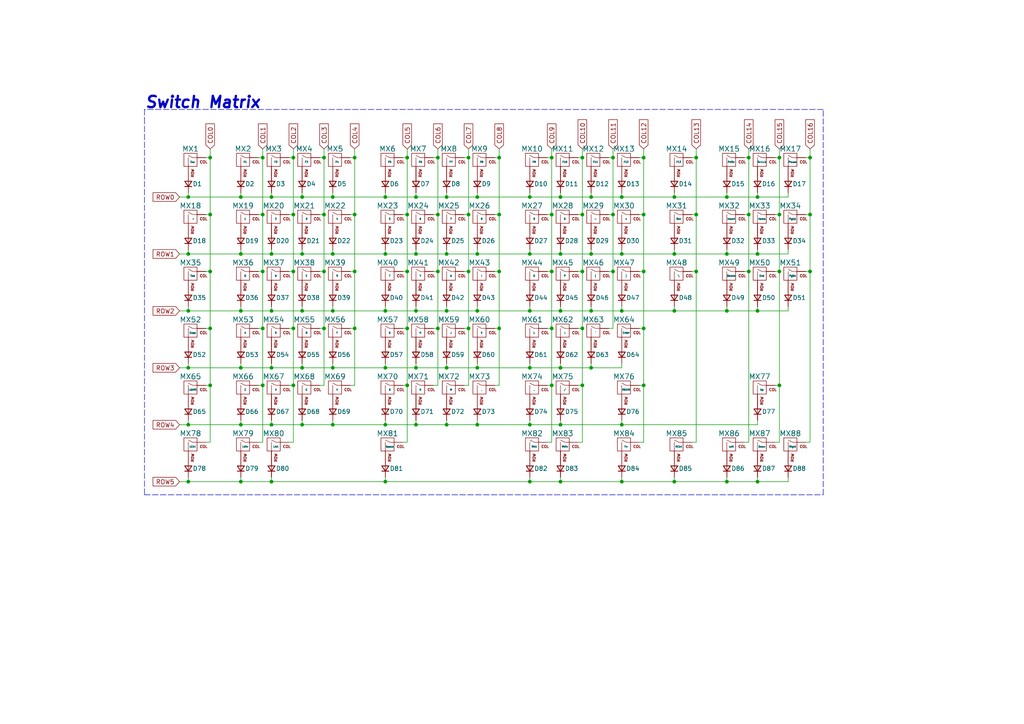
<source format=kicad_sch>
(kicad_sch (version 20211123) (generator eeschema)
  (paper "A4")
  (lib_symbols
    (symbol "Device:D_Small" (pin_numbers hide) (pin_names (offset 0.254) hide)
      (property "Reference" "D" (at -1.27 2.032 0))
      (property "Value" "D_Small" (at -3.81 -2.032 0))
      (symbol "D_Small_1_1"
        (pin passive line (at -2.54 0 0) (length 1.778) (name "K") (number "1"))
        (pin passive line (at 2.54 0 180) (length 1.778) (name "A") (number "2"))
      )
    )
    (symbol "MX-Switch:MX-NoLED" (pin_names (offset 1.016))
      (property "Reference" "MX" (at -0.635 3.81 0))
      (property "Value" "MX-NoLED" (at -0.635 1.27 0))
      (symbol "MX-NoLED_0_0"
        (text "COL" (at 3.175 0 0) (effects (font (size 0.762 0.762))))
        (text "ROW" (at 0 -1.905 900) (effects (font (size 0.762 0.762)) (justify right)))
      )
      (symbol "MX-NoLED_1_1"
        (pin passive line (at 3.81 1.27 180) (length 2.54) (name "COL") (number "1"))
        (pin passive line (at -1.27 -3.81 90) (length 2.54) (name "ROW") (number "2"))
      )
    )
  )
  (junction (at 186.69 62.23))
  (junction (at 234.95 45.72))
  (junction (at 153.67 73.66))
  (junction (at 76.2 95.25))
  (junction (at 219.71 139.7))
  (junction (at 135.89 62.23))
  (junction (at 180.34 57.15))
  (junction (at 102.87 78.74))
  (junction (at 78.74 123.19))
  (junction (at 153.67 106.68))
  (junction (at 76.2 78.74))
  (junction (at 144.78 78.74))
  (junction (at 217.17 45.72))
  (junction (at 186.69 45.72))
  (junction (at 111.76 139.7))
  (junction (at 60.96 45.72))
  (junction (at 102.87 62.23))
  (junction (at 87.63 106.68))
  (junction (at 168.91 95.25))
  (junction (at 118.11 95.25))
  (junction (at 93.98 95.25))
  (junction (at 217.17 78.74))
  (junction (at 180.34 73.66))
  (junction (at 87.63 57.15))
  (junction (at 153.67 139.7))
  (junction (at 76.2 111.76))
  (junction (at 144.78 45.72))
  (junction (at 201.93 78.74))
  (junction (at 118.11 78.74))
  (junction (at 96.52 106.68))
  (junction (at 138.43 57.15))
  (junction (at 135.89 45.72))
  (junction (at 186.69 95.25))
  (junction (at 69.85 73.66))
  (junction (at 226.06 78.74))
  (junction (at 78.74 73.66))
  (junction (at 135.89 95.25))
  (junction (at 210.82 90.17))
  (junction (at 120.65 57.15))
  (junction (at 171.45 73.66))
  (junction (at 78.74 139.7))
  (junction (at 234.95 62.23))
  (junction (at 78.74 90.17))
  (junction (at 180.34 139.7))
  (junction (at 177.8 45.72))
  (junction (at 54.61 73.66))
  (junction (at 118.11 62.23))
  (junction (at 160.02 78.74))
  (junction (at 118.11 111.76))
  (junction (at 93.98 78.74))
  (junction (at 87.63 90.17))
  (junction (at 129.54 106.68))
  (junction (at 226.06 62.23))
  (junction (at 160.02 45.72))
  (junction (at 118.11 45.72))
  (junction (at 186.69 78.74))
  (junction (at 160.02 62.23))
  (junction (at 60.96 62.23))
  (junction (at 195.58 57.15))
  (junction (at 96.52 123.19))
  (junction (at 177.8 78.74))
  (junction (at 96.52 90.17))
  (junction (at 153.67 57.15))
  (junction (at 195.58 73.66))
  (junction (at 111.76 57.15))
  (junction (at 226.06 45.72))
  (junction (at 76.2 62.23))
  (junction (at 54.61 139.7))
  (junction (at 162.56 73.66))
  (junction (at 144.78 62.23))
  (junction (at 168.91 78.74))
  (junction (at 186.69 111.76))
  (junction (at 171.45 90.17))
  (junction (at 85.09 62.23))
  (junction (at 78.74 57.15))
  (junction (at 162.56 90.17))
  (junction (at 85.09 45.72))
  (junction (at 168.91 62.23))
  (junction (at 160.02 95.25))
  (junction (at 127 78.74))
  (junction (at 138.43 73.66))
  (junction (at 120.65 123.19))
  (junction (at 54.61 90.17))
  (junction (at 85.09 95.25))
  (junction (at 219.71 73.66))
  (junction (at 54.61 123.19))
  (junction (at 120.65 73.66))
  (junction (at 138.43 123.19))
  (junction (at 127 45.72))
  (junction (at 129.54 57.15))
  (junction (at 160.02 111.76))
  (junction (at 93.98 45.72))
  (junction (at 171.45 57.15))
  (junction (at 120.65 106.68))
  (junction (at 177.8 62.23))
  (junction (at 135.89 78.74))
  (junction (at 153.67 90.17))
  (junction (at 60.96 111.76))
  (junction (at 102.87 95.25))
  (junction (at 162.56 123.19))
  (junction (at 120.65 90.17))
  (junction (at 226.06 111.76))
  (junction (at 102.87 45.72))
  (junction (at 162.56 139.7))
  (junction (at 69.85 106.68))
  (junction (at 219.71 90.17))
  (junction (at 60.96 95.25))
  (junction (at 129.54 90.17))
  (junction (at 162.56 57.15))
  (junction (at 153.67 123.19))
  (junction (at 111.76 123.19))
  (junction (at 127 95.25))
  (junction (at 180.34 90.17))
  (junction (at 87.63 73.66))
  (junction (at 54.61 106.68))
  (junction (at 69.85 57.15))
  (junction (at 201.93 62.23))
  (junction (at 54.61 57.15))
  (junction (at 234.95 78.74))
  (junction (at 76.2 45.72))
  (junction (at 60.96 78.74))
  (junction (at 168.91 45.72))
  (junction (at 69.85 123.19))
  (junction (at 201.93 45.72))
  (junction (at 129.54 73.66))
  (junction (at 87.63 123.19))
  (junction (at 138.43 106.68))
  (junction (at 96.52 57.15))
  (junction (at 85.09 78.74))
  (junction (at 217.17 62.23))
  (junction (at 171.45 106.68))
  (junction (at 195.58 90.17))
  (junction (at 78.74 106.68))
  (junction (at 111.76 73.66))
  (junction (at 180.34 123.19))
  (junction (at 129.54 123.19))
  (junction (at 168.91 111.76))
  (junction (at 144.78 95.25))
  (junction (at 93.98 62.23))
  (junction (at 111.76 106.68))
  (junction (at 210.82 57.15))
  (junction (at 85.09 111.76))
  (junction (at 69.85 139.7))
  (junction (at 162.56 106.68))
  (junction (at 195.58 139.7))
  (junction (at 210.82 73.66))
  (junction (at 219.71 57.15))
  (junction (at 138.43 90.17))
  (junction (at 111.76 90.17))
  (junction (at 96.52 73.66))
  (junction (at 127 62.23))
  (junction (at 210.82 139.7))
  (junction (at 69.85 90.17))
  (wire (pts (xy 60.96 95.25) (xy 60.96 111.76)))
  (wire (pts (xy 102.87 45.72) (xy 102.87 62.23)))
  (wire (pts (xy 93.98 111.76) (xy 92.71 111.76)))
  (wire (pts (xy 52.07 123.19) (xy 54.61 123.19)))
  (wire (pts (xy 215.9 45.72) (xy 217.17 45.72)))
  (wire (pts (xy 83.82 78.74) (xy 85.09 78.74)))
  (wire (pts (xy 111.76 106.68) (xy 120.65 106.68)))
  (wire (pts (xy 118.11 45.72) (xy 118.11 62.23)))
  (wire (pts (xy 219.71 72.39) (xy 219.71 73.66)))
  (wire (pts (xy 226.06 43.18) (xy 226.06 45.72)))
  (wire (pts (xy 158.75 45.72) (xy 160.02 45.72)))
  (wire (pts (xy 226.06 111.76) (xy 226.06 128.27)))
  (wire (pts (xy 96.52 55.88) (xy 96.52 57.15)))
  (wire (pts (xy 120.65 106.68) (xy 129.54 106.68)))
  (wire (pts (xy 176.53 62.23) (xy 177.8 62.23)))
  (wire (pts (xy 76.2 111.76) (xy 76.2 128.27)))
  (wire (pts (xy 135.89 45.72) (xy 135.89 62.23)))
  (wire (pts (xy 102.87 43.18) (xy 102.87 45.72)))
  (wire (pts (xy 228.6 55.88) (xy 228.6 57.15)))
  (wire (pts (xy 74.93 95.25) (xy 76.2 95.25)))
  (wire (pts (xy 69.85 138.43) (xy 69.85 139.7)))
  (wire (pts (xy 167.64 128.27) (xy 168.91 128.27)))
  (wire (pts (xy 127 95.25) (xy 127 111.76)))
  (wire (pts (xy 177.8 43.18) (xy 177.8 45.72)))
  (wire (pts (xy 186.69 111.76) (xy 186.69 128.27)))
  (wire (pts (xy 217.17 43.18) (xy 217.17 45.72)))
  (wire (pts (xy 138.43 55.88) (xy 138.43 57.15)))
  (wire (pts (xy 74.93 78.74) (xy 76.2 78.74)))
  (wire (pts (xy 185.42 45.72) (xy 186.69 45.72)))
  (wire (pts (xy 118.11 43.18) (xy 118.11 45.72)))
  (wire (pts (xy 186.69 62.23) (xy 186.69 78.74)))
  (wire (pts (xy 111.76 88.9) (xy 111.76 90.17)))
  (wire (pts (xy 180.34 55.88) (xy 180.34 57.15)))
  (wire (pts (xy 185.42 111.76) (xy 186.69 111.76)))
  (wire (pts (xy 120.65 57.15) (xy 111.76 57.15)))
  (wire (pts (xy 138.43 73.66) (xy 129.54 73.66)))
  (wire (pts (xy 83.82 95.25) (xy 85.09 95.25)))
  (wire (pts (xy 127 45.72) (xy 127 62.23)))
  (wire (pts (xy 219.71 88.9) (xy 219.71 90.17)))
  (wire (pts (xy 162.56 138.43) (xy 162.56 139.7)))
  (wire (pts (xy 54.61 121.92) (xy 54.61 123.19)))
  (wire (pts (xy 83.82 62.23) (xy 85.09 62.23)))
  (wire (pts (xy 83.82 45.72) (xy 85.09 45.72)))
  (wire (pts (xy 85.09 78.74) (xy 85.09 95.25)))
  (wire (pts (xy 87.63 57.15) (xy 78.74 57.15)))
  (wire (pts (xy 153.67 72.39) (xy 153.67 73.66)))
  (wire (pts (xy 162.56 57.15) (xy 153.67 57.15)))
  (polyline (pts (xy 238.76 31.75) (xy 41.91 31.75)))
  (wire (pts (xy 195.58 90.17) (xy 180.34 90.17)))
  (wire (pts (xy 185.42 95.25) (xy 186.69 95.25)))
  (wire (pts (xy 52.07 139.7) (xy 54.61 139.7)))
  (wire (pts (xy 215.9 62.23) (xy 217.17 62.23)))
  (wire (pts (xy 54.61 123.19) (xy 69.85 123.19)))
  (wire (pts (xy 129.54 121.92) (xy 129.54 123.19)))
  (wire (pts (xy 69.85 72.39) (xy 69.85 73.66)))
  (wire (pts (xy 195.58 139.7) (xy 210.82 139.7)))
  (wire (pts (xy 74.93 128.27) (xy 76.2 128.27)))
  (wire (pts (xy 118.11 95.25) (xy 118.11 111.76)))
  (wire (pts (xy 87.63 90.17) (xy 78.74 90.17)))
  (wire (pts (xy 167.64 95.25) (xy 168.91 95.25)))
  (wire (pts (xy 153.67 88.9) (xy 153.67 90.17)))
  (wire (pts (xy 111.76 123.19) (xy 120.65 123.19)))
  (wire (pts (xy 129.54 123.19) (xy 138.43 123.19)))
  (wire (pts (xy 134.62 78.74) (xy 135.89 78.74)))
  (wire (pts (xy 180.34 106.68) (xy 180.34 105.41)))
  (wire (pts (xy 78.74 139.7) (xy 111.76 139.7)))
  (wire (pts (xy 138.43 88.9) (xy 138.43 90.17)))
  (wire (pts (xy 76.2 43.18) (xy 76.2 45.72)))
  (wire (pts (xy 234.95 45.72) (xy 234.95 62.23)))
  (wire (pts (xy 125.73 95.25) (xy 127 95.25)))
  (wire (pts (xy 135.89 43.18) (xy 135.89 45.72)))
  (wire (pts (xy 96.52 73.66) (xy 87.63 73.66)))
  (wire (pts (xy 228.6 88.9) (xy 228.6 90.17)))
  (wire (pts (xy 129.54 90.17) (xy 120.65 90.17)))
  (wire (pts (xy 93.98 95.25) (xy 93.98 111.76)))
  (wire (pts (xy 158.75 78.74) (xy 160.02 78.74)))
  (wire (pts (xy 144.78 95.25) (xy 144.78 111.76)))
  (wire (pts (xy 96.52 88.9) (xy 96.52 90.17)))
  (wire (pts (xy 118.11 78.74) (xy 118.11 95.25)))
  (wire (pts (xy 129.54 106.68) (xy 138.43 106.68)))
  (wire (pts (xy 201.93 45.72) (xy 201.93 62.23)))
  (wire (pts (xy 171.45 105.41) (xy 171.45 106.68)))
  (wire (pts (xy 87.63 106.68) (xy 96.52 106.68)))
  (wire (pts (xy 78.74 121.92) (xy 78.74 123.19)))
  (wire (pts (xy 111.76 121.92) (xy 111.76 123.19)))
  (wire (pts (xy 143.51 78.74) (xy 144.78 78.74)))
  (wire (pts (xy 101.6 95.25) (xy 102.87 95.25)))
  (wire (pts (xy 195.58 57.15) (xy 180.34 57.15)))
  (wire (pts (xy 144.78 45.72) (xy 144.78 62.23)))
  (wire (pts (xy 143.51 45.72) (xy 144.78 45.72)))
  (wire (pts (xy 78.74 90.17) (xy 69.85 90.17)))
  (wire (pts (xy 153.67 90.17) (xy 138.43 90.17)))
  (wire (pts (xy 180.34 123.19) (xy 219.71 123.19)))
  (wire (pts (xy 153.67 105.41) (xy 153.67 106.68)))
  (wire (pts (xy 116.84 78.74) (xy 118.11 78.74)))
  (wire (pts (xy 85.09 43.18) (xy 85.09 45.72)))
  (wire (pts (xy 180.34 73.66) (xy 171.45 73.66)))
  (wire (pts (xy 96.52 90.17) (xy 87.63 90.17)))
  (wire (pts (xy 162.56 105.41) (xy 162.56 106.68)))
  (wire (pts (xy 228.6 90.17) (xy 219.71 90.17)))
  (wire (pts (xy 125.73 78.74) (xy 127 78.74)))
  (wire (pts (xy 201.93 78.74) (xy 201.93 128.27)))
  (wire (pts (xy 138.43 72.39) (xy 138.43 73.66)))
  (wire (pts (xy 127 111.76) (xy 125.73 111.76)))
  (wire (pts (xy 233.68 62.23) (xy 234.95 62.23)))
  (wire (pts (xy 69.85 88.9) (xy 69.85 90.17)))
  (wire (pts (xy 226.06 78.74) (xy 226.06 111.76)))
  (wire (pts (xy 171.45 88.9) (xy 171.45 90.17)))
  (wire (pts (xy 228.6 73.66) (xy 219.71 73.66)))
  (wire (pts (xy 234.95 62.23) (xy 234.95 78.74)))
  (wire (pts (xy 201.93 43.18) (xy 201.93 45.72)))
  (wire (pts (xy 177.8 95.25) (xy 176.53 95.25)))
  (wire (pts (xy 54.61 88.9) (xy 54.61 90.17)))
  (wire (pts (xy 186.69 128.27) (xy 185.42 128.27)))
  (wire (pts (xy 87.63 121.92) (xy 87.63 123.19)))
  (wire (pts (xy 111.76 105.41) (xy 111.76 106.68)))
  (wire (pts (xy 138.43 106.68) (xy 153.67 106.68)))
  (wire (pts (xy 158.75 111.76) (xy 160.02 111.76)))
  (wire (pts (xy 69.85 139.7) (xy 78.74 139.7)))
  (wire (pts (xy 195.58 88.9) (xy 195.58 90.17)))
  (wire (pts (xy 168.91 45.72) (xy 168.91 62.23)))
  (wire (pts (xy 200.66 62.23) (xy 201.93 62.23)))
  (wire (pts (xy 120.65 88.9) (xy 120.65 90.17)))
  (wire (pts (xy 226.06 62.23) (xy 226.06 78.74)))
  (wire (pts (xy 134.62 95.25) (xy 135.89 95.25)))
  (wire (pts (xy 74.93 45.72) (xy 76.2 45.72)))
  (wire (pts (xy 78.74 106.68) (xy 87.63 106.68)))
  (wire (pts (xy 59.69 128.27) (xy 60.96 128.27)))
  (wire (pts (xy 168.91 78.74) (xy 168.91 95.25)))
  (wire (pts (xy 52.07 57.15) (xy 54.61 57.15)))
  (wire (pts (xy 171.45 73.66) (xy 162.56 73.66)))
  (wire (pts (xy 219.71 57.15) (xy 210.82 57.15)))
  (wire (pts (xy 180.34 138.43) (xy 180.34 139.7)))
  (wire (pts (xy 177.8 62.23) (xy 177.8 78.74)))
  (wire (pts (xy 60.96 111.76) (xy 60.96 128.27)))
  (wire (pts (xy 69.85 90.17) (xy 54.61 90.17)))
  (wire (pts (xy 101.6 111.76) (xy 102.87 111.76)))
  (wire (pts (xy 135.89 111.76) (xy 134.62 111.76)))
  (wire (pts (xy 54.61 73.66) (xy 54.61 72.39)))
  (wire (pts (xy 69.85 57.15) (xy 54.61 57.15)))
  (wire (pts (xy 219.71 138.43) (xy 219.71 139.7)))
  (wire (pts (xy 69.85 121.92) (xy 69.85 123.19)))
  (wire (pts (xy 93.98 43.18) (xy 93.98 45.72)))
  (wire (pts (xy 60.96 45.72) (xy 60.96 62.23)))
  (wire (pts (xy 120.65 105.41) (xy 120.65 106.68)))
  (wire (pts (xy 129.54 57.15) (xy 120.65 57.15)))
  (wire (pts (xy 176.53 45.72) (xy 177.8 45.72)))
  (wire (pts (xy 111.76 73.66) (xy 96.52 73.66)))
  (wire (pts (xy 127 62.23) (xy 127 78.74)))
  (wire (pts (xy 96.52 123.19) (xy 111.76 123.19)))
  (wire (pts (xy 74.93 111.76) (xy 76.2 111.76)))
  (wire (pts (xy 185.42 62.23) (xy 186.69 62.23)))
  (wire (pts (xy 85.09 111.76) (xy 85.09 128.27)))
  (wire (pts (xy 129.54 55.88) (xy 129.54 57.15)))
  (wire (pts (xy 160.02 111.76) (xy 160.02 128.27)))
  (wire (pts (xy 217.17 128.27) (xy 215.9 128.27)))
  (wire (pts (xy 153.67 123.19) (xy 162.56 123.19)))
  (wire (pts (xy 118.11 128.27) (xy 116.84 128.27)))
  (wire (pts (xy 219.71 55.88) (xy 219.71 57.15)))
  (wire (pts (xy 180.34 121.92) (xy 180.34 123.19)))
  (wire (pts (xy 153.67 121.92) (xy 153.67 123.19)))
  (wire (pts (xy 201.93 62.23) (xy 201.93 78.74)))
  (wire (pts (xy 158.75 95.25) (xy 160.02 95.25)))
  (wire (pts (xy 171.45 72.39) (xy 171.45 73.66)))
  (wire (pts (xy 92.71 45.72) (xy 93.98 45.72)))
  (wire (pts (xy 177.8 78.74) (xy 177.8 95.25)))
  (wire (pts (xy 162.56 106.68) (xy 171.45 106.68)))
  (wire (pts (xy 129.54 73.66) (xy 120.65 73.66)))
  (wire (pts (xy 210.82 72.39) (xy 210.82 73.66)))
  (wire (pts (xy 224.79 78.74) (xy 226.06 78.74)))
  (wire (pts (xy 186.69 43.18) (xy 186.69 45.72)))
  (wire (pts (xy 116.84 62.23) (xy 118.11 62.23)))
  (wire (pts (xy 162.56 90.17) (xy 153.67 90.17)))
  (wire (pts (xy 85.09 45.72) (xy 85.09 62.23)))
  (wire (pts (xy 234.95 78.74) (xy 234.95 128.27)))
  (wire (pts (xy 210.82 88.9) (xy 210.82 90.17)))
  (wire (pts (xy 234.95 128.27) (xy 233.68 128.27)))
  (wire (pts (xy 180.34 72.39) (xy 180.34 73.66)))
  (wire (pts (xy 96.52 72.39) (xy 96.52 73.66)))
  (wire (pts (xy 118.11 111.76) (xy 118.11 128.27)))
  (wire (pts (xy 87.63 105.41) (xy 87.63 106.68)))
  (wire (pts (xy 69.85 105.41) (xy 69.85 106.68)))
  (wire (pts (xy 54.61 138.43) (xy 54.61 139.7)))
  (wire (pts (xy 167.64 45.72) (xy 168.91 45.72)))
  (wire (pts (xy 78.74 88.9) (xy 78.74 90.17)))
  (wire (pts (xy 195.58 138.43) (xy 195.58 139.7)))
  (wire (pts (xy 168.91 62.23) (xy 168.91 78.74)))
  (wire (pts (xy 153.67 139.7) (xy 162.56 139.7)))
  (wire (pts (xy 120.65 121.92) (xy 120.65 123.19)))
  (wire (pts (xy 195.58 55.88) (xy 195.58 57.15)))
  (wire (pts (xy 168.91 43.18) (xy 168.91 45.72)))
  (wire (pts (xy 228.6 72.39) (xy 228.6 73.66)))
  (wire (pts (xy 176.53 78.74) (xy 177.8 78.74)))
  (wire (pts (xy 111.76 139.7) (xy 153.67 139.7)))
  (wire (pts (xy 186.69 45.72) (xy 186.69 62.23)))
  (wire (pts (xy 85.09 128.27) (xy 83.82 128.27)))
  (wire (pts (xy 59.69 95.25) (xy 60.96 95.25)))
  (wire (pts (xy 158.75 128.27) (xy 160.02 128.27)))
  (wire (pts (xy 102.87 95.25) (xy 102.87 111.76)))
  (wire (pts (xy 224.79 111.76) (xy 226.06 111.76)))
  (wire (pts (xy 101.6 78.74) (xy 102.87 78.74)))
  (wire (pts (xy 60.96 62.23) (xy 60.96 78.74)))
  (wire (pts (xy 92.71 78.74) (xy 93.98 78.74)))
  (wire (pts (xy 120.65 55.88) (xy 120.65 57.15)))
  (wire (pts (xy 129.54 72.39) (xy 129.54 73.66)))
  (wire (pts (xy 177.8 45.72) (xy 177.8 62.23)))
  (wire (pts (xy 125.73 45.72) (xy 127 45.72)))
  (wire (pts (xy 69.85 55.88) (xy 69.85 57.15)))
  (wire (pts (xy 144.78 78.74) (xy 144.78 95.25)))
  (wire (pts (xy 129.54 88.9) (xy 129.54 90.17)))
  (wire (pts (xy 219.71 90.17) (xy 210.82 90.17)))
  (polyline (pts (xy 41.91 143.51) (xy 238.76 143.51)))
  (wire (pts (xy 85.09 95.25) (xy 85.09 111.76)))
  (wire (pts (xy 120.65 73.66) (xy 111.76 73.66)))
  (wire (pts (xy 54.61 106.68) (xy 69.85 106.68)))
  (wire (pts (xy 96.52 106.68) (xy 111.76 106.68)))
  (wire (pts (xy 54.61 55.88) (xy 54.61 57.15)))
  (wire (pts (xy 76.2 95.25) (xy 76.2 111.76)))
  (polyline (pts (xy 41.91 31.75) (xy 41.91 34.29)))
  (wire (pts (xy 217.17 62.23) (xy 217.17 78.74)))
  (wire (pts (xy 226.06 45.72) (xy 226.06 62.23)))
  (wire (pts (xy 167.64 78.74) (xy 168.91 78.74)))
  (wire (pts (xy 116.84 111.76) (xy 118.11 111.76)))
  (wire (pts (xy 120.65 90.17) (xy 111.76 90.17)))
  (wire (pts (xy 180.34 88.9) (xy 180.34 90.17)))
  (wire (pts (xy 138.43 57.15) (xy 129.54 57.15)))
  (wire (pts (xy 160.02 45.72) (xy 160.02 62.23)))
  (wire (pts (xy 210.82 57.15) (xy 195.58 57.15)))
  (wire (pts (xy 93.98 78.74) (xy 93.98 95.25)))
  (wire (pts (xy 87.63 55.88) (xy 87.63 57.15)))
  (wire (pts (xy 138.43 121.92) (xy 138.43 123.19)))
  (wire (pts (xy 111.76 55.88) (xy 111.76 57.15)))
  (wire (pts (xy 78.74 73.66) (xy 69.85 73.66)))
  (wire (pts (xy 96.52 121.92) (xy 96.52 123.19)))
  (wire (pts (xy 143.51 95.25) (xy 144.78 95.25)))
  (wire (pts (xy 168.91 95.25) (xy 168.91 111.76)))
  (wire (pts (xy 186.69 95.25) (xy 186.69 111.76)))
  (wire (pts (xy 180.34 90.17) (xy 171.45 90.17)))
  (wire (pts (xy 162.56 73.66) (xy 153.67 73.66)))
  (wire (pts (xy 217.17 45.72) (xy 217.17 62.23)))
  (wire (pts (xy 210.82 73.66) (xy 195.58 73.66)))
  (wire (pts (xy 143.51 62.23) (xy 144.78 62.23)))
  (wire (pts (xy 87.63 72.39) (xy 87.63 73.66)))
  (wire (pts (xy 153.67 106.68) (xy 162.56 106.68)))
  (wire (pts (xy 186.69 78.74) (xy 186.69 95.25)))
  (wire (pts (xy 200.66 45.72) (xy 201.93 45.72)))
  (wire (pts (xy 171.45 90.17) (xy 162.56 90.17)))
  (wire (pts (xy 116.84 45.72) (xy 118.11 45.72)))
  (wire (pts (xy 78.74 55.88) (xy 78.74 57.15)))
  (wire (pts (xy 76.2 62.23) (xy 76.2 78.74)))
  (wire (pts (xy 134.62 62.23) (xy 135.89 62.23)))
  (wire (pts (xy 138.43 105.41) (xy 138.43 106.68)))
  (wire (pts (xy 111.76 90.17) (xy 96.52 90.17)))
  (wire (pts (xy 78.74 123.19) (xy 87.63 123.19)))
  (wire (pts (xy 87.63 88.9) (xy 87.63 90.17)))
  (wire (pts (xy 125.73 62.23) (xy 127 62.23)))
  (wire (pts (xy 138.43 123.19) (xy 153.67 123.19)))
  (wire (pts (xy 76.2 78.74) (xy 76.2 95.25)))
  (wire (pts (xy 74.93 62.23) (xy 76.2 62.23)))
  (wire (pts (xy 158.75 62.23) (xy 160.02 62.23)))
  (wire (pts (xy 162.56 123.19) (xy 180.34 123.19)))
  (wire (pts (xy 69.85 106.68) (xy 78.74 106.68)))
  (wire (pts (xy 153.67 138.43) (xy 153.67 139.7)))
  (wire (pts (xy 135.89 78.74) (xy 135.89 95.25)))
  (polyline (pts (xy 41.91 34.29) (xy 41.91 143.51)))
  (wire (pts (xy 228.6 57.15) (xy 219.71 57.15)))
  (wire (pts (xy 83.82 111.76) (xy 85.09 111.76)))
  (wire (pts (xy 87.63 73.66) (xy 78.74 73.66)))
  (wire (pts (xy 233.68 45.72) (xy 234.95 45.72)))
  (wire (pts (xy 219.71 139.7) (xy 228.6 139.7)))
  (wire (pts (xy 224.79 62.23) (xy 226.06 62.23)))
  (wire (pts (xy 69.85 123.19) (xy 78.74 123.19)))
  (wire (pts (xy 78.74 72.39) (xy 78.74 73.66)))
  (wire (pts (xy 234.95 43.18) (xy 234.95 45.72)))
  (wire (pts (xy 96.52 105.41) (xy 96.52 106.68)))
  (wire (pts (xy 111.76 57.15) (xy 96.52 57.15)))
  (wire (pts (xy 92.71 62.23) (xy 93.98 62.23)))
  (wire (pts (xy 233.68 78.74) (xy 234.95 78.74)))
  (wire (pts (xy 127 43.18) (xy 127 45.72)))
  (wire (pts (xy 162.56 139.7) (xy 180.34 139.7)))
  (wire (pts (xy 111.76 72.39) (xy 111.76 73.66)))
  (wire (pts (xy 76.2 45.72) (xy 76.2 62.23)))
  (wire (pts (xy 162.56 88.9) (xy 162.56 90.17)))
  (wire (pts (xy 153.67 57.15) (xy 138.43 57.15)))
  (polyline (pts (xy 238.76 143.51) (xy 238.76 31.75)))
  (wire (pts (xy 78.74 105.41) (xy 78.74 106.68)))
  (wire (pts (xy 87.63 123.19) (xy 96.52 123.19)))
  (wire (pts (xy 144.78 111.76) (xy 143.51 111.76)))
  (wire (pts (xy 160.02 62.23) (xy 160.02 78.74)))
  (wire (pts (xy 52.07 90.17) (xy 54.61 90.17)))
  (wire (pts (xy 116.84 95.25) (xy 118.11 95.25)))
  (wire (pts (xy 52.07 106.68) (xy 54.61 106.68)))
  (wire (pts (xy 195.58 72.39) (xy 195.58 73.66)))
  (wire (pts (xy 160.02 78.74) (xy 160.02 95.25)))
  (wire (pts (xy 54.61 139.7) (xy 69.85 139.7)))
  (wire (pts (xy 135.89 95.25) (xy 135.89 111.76)))
  (wire (pts (xy 60.96 78.74) (xy 60.96 95.25)))
  (wire (pts (xy 180.34 57.15) (xy 171.45 57.15)))
  (wire (pts (xy 144.78 62.23) (xy 144.78 78.74)))
  (wire (pts (xy 92.71 95.25) (xy 93.98 95.25)))
  (wire (pts (xy 195.58 73.66) (xy 180.34 73.66)))
  (wire (pts (xy 171.45 106.68) (xy 180.34 106.68)))
  (wire (pts (xy 93.98 45.72) (xy 93.98 62.23)))
  (wire (pts (xy 134.62 45.72) (xy 135.89 45.72)))
  (wire (pts (xy 171.45 55.88) (xy 171.45 57.15)))
  (wire (pts (xy 171.45 57.15) (xy 162.56 57.15)))
  (wire (pts (xy 54.61 105.41) (xy 54.61 106.68)))
  (wire (pts (xy 153.67 55.88) (xy 153.67 57.15)))
  (wire (pts (xy 101.6 62.23) (xy 102.87 62.23)))
  (wire (pts (xy 162.56 72.39) (xy 162.56 73.66)))
  (wire (pts (xy 210.82 90.17) (xy 195.58 90.17)))
  (wire (pts (xy 144.78 43.18) (xy 144.78 45.72)))
  (wire (pts (xy 102.87 62.23) (xy 102.87 78.74)))
  (wire (pts (xy 185.42 78.74) (xy 186.69 78.74)))
  (wire (pts (xy 60.96 43.18) (xy 60.96 45.72)))
  (wire (pts (xy 52.07 73.66) (xy 54.61 73.66)))
  (wire (pts (xy 138.43 90.17) (xy 129.54 90.17)))
  (wire (pts (xy 59.69 111.76) (xy 60.96 111.76)))
  (wire (pts (xy 135.89 62.23) (xy 135.89 78.74)))
  (wire (pts (xy 59.69 45.72) (xy 60.96 45.72)))
  (wire (pts (xy 129.54 105.41) (xy 129.54 106.68)))
  (wire (pts (xy 59.69 62.23) (xy 60.96 62.23)))
  (wire (pts (xy 162.56 121.92) (xy 162.56 123.19)))
  (wire (pts (xy 102.87 78.74) (xy 102.87 95.25)))
  (wire (pts (xy 120.65 123.19) (xy 129.54 123.19)))
  (wire (pts (xy 219.71 121.92) (xy 219.71 123.19)))
  (wire (pts (xy 85.09 62.23) (xy 85.09 78.74)))
  (wire (pts (xy 78.74 57.15) (xy 69.85 57.15)))
  (wire (pts (xy 226.06 128.27) (xy 224.79 128.27)))
  (wire (pts (xy 160.02 43.18) (xy 160.02 45.72)))
  (wire (pts (xy 162.56 55.88) (xy 162.56 57.15)))
  (wire (pts (xy 210.82 138.43) (xy 210.82 139.7)))
  (wire (pts (xy 210.82 139.7) (xy 219.71 139.7)))
  (wire (pts (xy 111.76 138.43) (xy 111.76 139.7)))
  (wire (pts (xy 180.34 139.7) (xy 195.58 139.7)))
  (wire (pts (xy 93.98 62.23) (xy 93.98 78.74)))
  (wire (pts (xy 228.6 139.7) (xy 228.6 138.43)))
  (wire (pts (xy 167.64 62.23) (xy 168.91 62.23)))
  (wire (pts (xy 120.65 72.39) (xy 120.65 73.66)))
  (wire (pts (xy 201.93 128.27) (xy 200.66 128.27)))
  (wire (pts (xy 78.74 138.43) (xy 78.74 139.7)))
  (wire (pts (xy 200.66 78.74) (xy 201.93 78.74)))
  (wire (pts (xy 160.02 95.25) (xy 160.02 111.76)))
  (wire (pts (xy 210.82 55.88) (xy 210.82 57.15)))
  (wire (pts (xy 96.52 57.15) (xy 87.63 57.15)))
  (wire (pts (xy 118.11 62.23) (xy 118.11 78.74)))
  (wire (pts (xy 127 78.74) (xy 127 95.25)))
  (wire (pts (xy 167.64 111.76) (xy 168.91 111.76)))
  (wire (pts (xy 59.69 78.74) (xy 60.96 78.74)))
  (wire (pts (xy 224.79 45.72) (xy 226.06 45.72)))
  (wire (pts (xy 217.17 78.74) (xy 217.17 128.27)))
  (wire (pts (xy 215.9 78.74) (xy 217.17 78.74)))
  (wire (pts (xy 101.6 45.72) (xy 102.87 45.72)))
  (wire (pts (xy 69.85 73.66) (xy 54.61 73.66)))
  (wire (pts (xy 168.91 111.76) (xy 168.91 128.27)))
  (wire (pts (xy 219.71 73.66) (xy 210.82 73.66)))
  (wire (pts (xy 153.67 73.66) (xy 138.43 73.66)))
  (text "Switch Matrix" (at 41.91 31.75 0) (effects (font (size 3.27 3.27) (thickness 0.654) bold italic) (justify left bottom)))
  (global_label "COL3" (shape input) (at 93.98 43.18 90) (property "Intersheet References" "${INTERSHEET_REFS}" (effects hide)))
  (global_label "COL8" (shape input) (at 144.78 43.18 90) (property "Intersheet References" "${INTERSHEET_REFS}" (effects hide)))
  (global_label "COL2" (shape input) (at 85.09 43.18 90) (property "Intersheet References" "${INTERSHEET_REFS}" (effects hide)))
  (global_label "COL13" (shape input) (at 201.93 43.18 90) (property "Intersheet References" "${INTERSHEET_REFS}" (effects hide)))
  (global_label "ROW1" (shape input) (at 52.07 73.66 180) (property "Intersheet References" "${INTERSHEET_REFS}" (effects hide)))
  (global_label "COL7" (shape input) (at 135.89 43.18 90) (property "Intersheet References" "${INTERSHEET_REFS}" (effects hide)))
  (global_label "COL0" (shape input) (at 60.96 43.18 90) (property "Intersheet References" "${INTERSHEET_REFS}" (effects hide)))
  (global_label "COL11" (shape input) (at 177.8 43.18 90) (property "Intersheet References" "${INTERSHEET_REFS}" (effects hide)))
  (global_label "COL1" (shape input) (at 76.2 43.18 90) (property "Intersheet References" "${INTERSHEET_REFS}" (effects hide)))
  (global_label "ROW4" (shape input) (at 52.07 123.19 180) (property "Intersheet References" "${INTERSHEET_REFS}" (effects hide)))
  (global_label "COL6" (shape input) (at 127 43.18 90) (property "Intersheet References" "${INTERSHEET_REFS}" (effects hide)))
  (global_label "COL4" (shape input) (at 102.87 43.18 90) (property "Intersheet References" "${INTERSHEET_REFS}" (effects hide)))
  (global_label "COL9" (shape input) (at 160.02 43.18 90) (property "Intersheet References" "${INTERSHEET_REFS}" (effects hide)))
  (global_label "COL14" (shape input) (at 217.17 43.18 90) (property "Intersheet References" "${INTERSHEET_REFS}" (effects hide)))
  (global_label "ROW3" (shape input) (at 52.07 106.68 180) (property "Intersheet References" "${INTERSHEET_REFS}" (effects hide)))
  (global_label "COL5" (shape input) (at 118.11 43.18 90) (property "Intersheet References" "${INTERSHEET_REFS}" (effects hide)))
  (global_label "ROW5" (shape input) (at 52.07 139.7 180) (property "Intersheet References" "${INTERSHEET_REFS}" (effects hide)))
  (global_label "COL12" (shape input) (at 186.69 43.18 90) (property "Intersheet References" "${INTERSHEET_REFS}" (effects hide)))
  (global_label "ROW0" (shape input) (at 52.07 57.15 180) (property "Intersheet References" "${INTERSHEET_REFS}" (effects hide)))
  (global_label "COL16" (shape input) (at 234.95 43.18 90) (property "Intersheet References" "${INTERSHEET_REFS}" (effects hide)))
  (global_label "COL10" (shape input) (at 168.91 43.18 90) (property "Intersheet References" "${INTERSHEET_REFS}" (effects hide)))
  (global_label "ROW2" (shape input) (at 52.07 90.17 180) (property "Intersheet References" "${INTERSHEET_REFS}" (effects hide)))
  (global_label "COL15" (shape input) (at 226.06 43.18 90) (property "Intersheet References" "${INTERSHEET_REFS}" (effects hide)))
  (symbol (lib_id "MX-Switch:MX-NoLED") (at 88.9 63.5 0) (unit 1) (in_bom no)
    (property "Reference" "MX21" (at 88.265 59.69 0) (effects (font (size 1.524 1.524))))
    (property "Value" "3" (at 88.9 63.5 0) (effects (font (size 0.508 0.508))))
    (property "Footprint" "switches:SW-Kailh-Hotswap-MX-1.00u" (effects hide))
  )
  (symbol (lib_id "MX-Switch:MX-NoLED") (at 181.61 96.52 0) (unit 1) (in_bom no)
    (property "Reference" "MX64" (at 180.975 92.71 0) (effects (font (size 1.524 1.524))))
    (property "Value" "Enter" (at 181.61 96.52 0) (effects (font (size 0.508 0.508))))
    (property "Footprint" "switches:SW-Kailh-Hotswap-MX-2.25u" (effects hide))
  )
  (symbol (lib_id "Device:D_Small") (at 180.34 102.87 90) (unit 1)
    (property "Reference" "D64" (at 181.61 102.87 90) (effects (justify right)))
    (property "Value" "D_Small" (effects hide))
    (property "Footprint" "diodes:D-0603-1608" (effects hide))
  )
  (symbol (lib_id "Device:D_Small") (at 120.65 102.87 90) (unit 1)
    (property "Reference" "D58" (at 121.92 102.87 90) (effects (justify right)))
    (property "Value" "D_Small" (effects hide))
    (property "Footprint" "diodes:D-0603-1608" (effects hide))
  )
  (symbol (lib_id "Device:D_Small") (at 171.45 69.85 90) (unit 1)
    (property "Reference" "D29" (at 172.72 69.85 90) (effects (justify right)))
    (property "Value" "D_Small" (effects hide))
    (property "Footprint" "diodes:D-0603-1608" (effects hide))
  )
  (symbol (lib_id "MX-Switch:MX-NoLED") (at 229.87 80.01 0) (unit 1) (in_bom no)
    (property "Reference" "MX51" (at 229.235 76.2 0) (effects (font (size 1.524 1.524))))
    (property "Value" "PgDn" (at 229.87 80.01 0) (effects (font (size 0.508 0.508))))
    (property "Footprint" "switches:SW-Kailh-Hotswap-MX-1.00u" (effects hide))
  )
  (symbol (lib_id "Device:D_Small") (at 120.65 119.38 90) (unit 1)
    (property "Reference" "D71" (at 121.92 119.38 90) (effects (justify right)))
    (property "Value" "D_Small" (effects hide))
    (property "Footprint" "diodes:D-0603-1608" (effects hide))
  )
  (symbol (lib_id "Device:D_Small") (at 228.6 135.89 90) (unit 1)
    (property "Reference" "D88" (at 229.87 135.89 90) (effects (justify right)))
    (property "Value" "D_Small" (effects hide))
    (property "Footprint" "diodes:D-0603-1608" (effects hide))
  )
  (symbol (lib_id "Device:D_Small") (at 228.6 69.85 90) (unit 1)
    (property "Reference" "D34" (at 229.87 69.85 90) (effects (justify right)))
    (property "Value" "D_Small" (effects hide))
    (property "Footprint" "diodes:D-0603-1608" (effects hide))
  )
  (symbol (lib_id "MX-Switch:MX-NoLED") (at 212.09 80.01 0) (unit 1) (in_bom no)
    (property "Reference" "MX49" (at 211.455 76.2 0) (effects (font (size 1.524 1.524))))
    (property "Value" "Delete" (at 212.09 80.01 0) (effects (font (size 0.508 0.508))))
    (property "Footprint" "switches:SW-Kailh-Hotswap-MX-1.00u" (effects hide))
  )
  (symbol (lib_id "Device:D_Small") (at 195.58 135.89 90) (unit 1)
    (property "Reference" "D85" (at 196.85 135.89 90) (effects (justify right)))
    (property "Value" "D_Small" (effects hide))
    (property "Footprint" "diodes:D-0603-1608" (effects hide))
  )
  (symbol (lib_id "Device:D_Small") (at 153.67 119.38 90) (unit 1)
    (property "Reference" "D74" (at 154.94 119.38 90) (effects (justify right)))
    (property "Value" "D_Small" (effects hide))
    (property "Footprint" "diodes:D-0603-1608" (effects hide))
  )
  (symbol (lib_id "MX-Switch:MX-NoLED") (at 113.03 129.54 0) (unit 1) (in_bom no)
    (property "Reference" "MX81" (at 112.395 125.73 0) (effects (font (size 1.524 1.524))))
    (property "Value" "Space" (at 113.03 129.54 0) (effects (font (size 0.508 0.508))))
    (property "Footprint" "switches:SW-Kailh-Hotswap-MX-6.25u" (effects hide))
  )
  (symbol (lib_id "MX-Switch:MX-NoLED") (at 55.88 63.5 0) (unit 1) (in_bom no)
    (property "Reference" "MX18" (at 55.245 59.69 0) (effects (font (size 1.524 1.524))))
    (property "Value" " ~" (at 55.88 63.5 0) (effects (font (size 0.508 0.508))))
    (property "Footprint" "switches:SW-Kailh-Hotswap-MX-1.00u" (effects hide))
  )
  (symbol (lib_id "Device:D_Small") (at 180.34 86.36 90) (unit 1)
    (property "Reference" "D47" (at 181.61 86.36 90) (effects (justify right)))
    (property "Value" "D_Small" (effects hide))
    (property "Footprint" "diodes:D-0603-1608" (effects hide))
  )
  (symbol (lib_id "Device:D_Small") (at 180.34 53.34 90) (unit 1)
    (property "Reference" "D13" (at 181.61 53.34 90) (effects (justify right)))
    (property "Value" "D_Small" (effects hide))
    (property "Footprint" "diodes:D-0603-1608" (effects hide))
  )
  (symbol (lib_id "Device:D_Small") (at 138.43 86.36 90) (unit 1)
    (property "Reference" "D43" (at 139.7 86.36 90) (effects (justify right)))
    (property "Value" "D_Small" (effects hide))
    (property "Footprint" "diodes:D-0603-1608" (effects hide))
  )
  (symbol (lib_id "Device:D_Small") (at 78.74 119.38 90) (unit 1)
    (property "Reference" "D67" (at 80.01 119.38 90) (effects (justify right)))
    (property "Value" "D_Small" (effects hide))
    (property "Footprint" "diodes:D-0603-1608" (effects hide))
  )
  (symbol (lib_id "MX-Switch:MX-NoLED") (at 212.09 63.5 0) (unit 1) (in_bom no)
    (property "Reference" "MX32" (at 211.455 59.69 0) (effects (font (size 1.524 1.524))))
    (property "Value" "Insert" (at 212.09 63.5 0) (effects (font (size 0.508 0.508))))
    (property "Footprint" "switches:SW-Kailh-Hotswap-MX-1.00u" (effects hide))
  )
  (symbol (lib_id "Device:D_Small") (at 87.63 86.36 90) (unit 1)
    (property "Reference" "D38" (at 88.9 86.36 90) (effects (justify right)))
    (property "Value" "D_Small" (effects hide))
    (property "Footprint" "diodes:D-0603-1608" (effects hide))
  )
  (symbol (lib_id "Device:D_Small") (at 171.45 53.34 90) (unit 1)
    (property "Reference" "D12" (at 172.72 53.34 90) (effects (justify right)))
    (property "Value" "D_Small" (effects hide))
    (property "Footprint" "diodes:D-0603-1608" (effects hide))
  )
  (symbol (lib_id "Device:D_Small") (at 96.52 102.87 90) (unit 1)
    (property "Reference" "D56" (at 97.79 102.87 90) (effects (justify right)))
    (property "Value" "D_Small" (effects hide))
    (property "Footprint" "diodes:D-0603-1608" (effects hide))
  )
  (symbol (lib_id "Device:D_Small") (at 210.82 86.36 90) (unit 1)
    (property "Reference" "D49" (at 212.09 86.36 90) (effects (justify right)))
    (property "Value" "D_Small" (effects hide))
    (property "Footprint" "diodes:D-0603-1608" (effects hide))
  )
  (symbol (lib_id "Device:D_Small") (at 96.52 119.38 90) (unit 1)
    (property "Reference" "D69" (at 97.79 119.38 90) (effects (justify right)))
    (property "Value" "D_Small" (effects hide))
    (property "Footprint" "diodes:D-0603-1608" (effects hide))
  )
  (symbol (lib_id "Device:D_Small") (at 195.58 53.34 90) (unit 1)
    (property "Reference" "D14" (at 196.85 53.34 90) (effects (justify right)))
    (property "Value" "D_Small" (effects hide))
    (property "Footprint" "diodes:D-0603-1608" (effects hide))
  )
  (symbol (lib_id "MX-Switch:MX-NoLED") (at 229.87 129.54 0) (unit 1) (in_bom no)
    (property "Reference" "MX88" (at 229.235 125.73 0) (effects (font (size 1.524 1.524))))
    (property "Value" "Right" (at 229.87 129.54 0) (effects (font (size 0.508 0.508))))
    (property "Footprint" "switches:SW-Kailh-Hotswap-MX-1.00u" (effects hide))
  )
  (symbol (lib_id "MX-Switch:MX-NoLED") (at 80.01 96.52 0) (unit 1) (in_bom no)
    (property "Reference" "MX54" (at 79.375 92.71 0) (effects (font (size 1.524 1.524))))
    (property "Value" "S" (at 80.01 96.52 0) (effects (font (size 0.508 0.508))))
    (property "Footprint" "switches:SW-Kailh-Hotswap-MX-1.00u" (effects hide))
  )
  (symbol (lib_id "MX-Switch:MX-NoLED") (at 172.72 63.5 0) (unit 1) (in_bom no)
    (property "Reference" "MX29" (at 172.085 59.69 0) (effects (font (size 1.524 1.524))))
    (property "Value" "-" (at 172.72 63.5 0) (effects (font (size 0.508 0.508))))
    (property "Footprint" "switches:SW-Kailh-Hotswap-MX-1.00u" (effects hide))
  )
  (symbol (lib_id "MX-Switch:MX-NoLED") (at 181.61 129.54 0) (unit 1) (in_bom no)
    (property "Reference" "MX84" (at 180.975 125.73 0) (effects (font (size 1.524 1.524))))
    (property "Value" "Fn" (at 181.61 129.54 0) (effects (font (size 0.508 0.508))))
    (property "Footprint" "switches:SW-Kailh-Hotswap-MX-1.25u" (effects hide))
  )
  (symbol (lib_id "MX-Switch:MX-NoLED") (at 97.79 46.99 0) (unit 1) (in_bom no)
    (property "Reference" "MX5" (at 97.155 43.18 0) (effects (font (size 1.524 1.524))))
    (property "Value" "F4" (at 97.79 46.99 0) (effects (font (size 0.508 0.508))))
    (property "Footprint" "switches:SW-Kailh-Hotswap-MX-1.00u" (effects hide))
  )
  (symbol (lib_id "Device:D_Small") (at 111.76 53.34 90) (unit 1)
    (property "Reference" "D6" (at 113.03 53.34 90) (effects (justify right)))
    (property "Value" "D_Small" (effects hide))
    (property "Footprint" "diodes:D-0603-1608" (effects hide))
  )
  (symbol (lib_id "MX-Switch:MX-NoLED") (at 163.83 46.99 0) (unit 1) (in_bom no)
    (property "Reference" "MX11" (at 163.195 43.18 0) (effects (font (size 1.524 1.524))))
    (property "Value" "F10" (at 163.83 46.99 0) (effects (font (size 0.508 0.508))))
    (property "Footprint" "switches:SW-Kailh-Hotswap-MX-1.00u" (effects hide))
  )
  (symbol (lib_id "Device:D_Small") (at 162.56 69.85 90) (unit 1)
    (property "Reference" "D28" (at 163.83 69.85 90) (effects (justify right)))
    (property "Value" "D_Small" (effects hide))
    (property "Footprint" "diodes:D-0603-1608" (effects hide))
  )
  (symbol (lib_id "Device:D_Small") (at 54.61 135.89 90) (unit 1)
    (property "Reference" "D78" (at 55.88 135.89 90) (effects (justify right)))
    (property "Value" "D_Small" (effects hide))
    (property "Footprint" "diodes:D-0603-1608" (effects hide))
  )
  (symbol (lib_id "Device:D_Small") (at 138.43 53.34 90) (unit 1)
    (property "Reference" "D9" (at 139.7 53.34 90) (effects (justify right)))
    (property "Value" "D_Small" (effects hide))
    (property "Footprint" "diodes:D-0603-1608" (effects hide))
  )
  (symbol (lib_id "Device:D_Small") (at 129.54 53.34 90) (unit 1)
    (property "Reference" "D8" (at 130.81 53.34 90) (effects (justify right)))
    (property "Value" "D_Small" (effects hide))
    (property "Footprint" "diodes:D-0603-1608" (effects hide))
  )
  (symbol (lib_id "MX-Switch:MX-NoLED") (at 163.83 129.54 0) (unit 1) (in_bom no)
    (property "Reference" "MX83" (at 163.195 125.73 0) (effects (font (size 1.524 1.524))))
    (property "Value" "RWin" (at 163.83 129.54 0) (effects (font (size 0.508 0.508))))
    (property "Footprint" "switches:SW-Kailh-Hotswap-MX-1.25u" (effects hide))
  )
  (symbol (lib_id "MX-Switch:MX-NoLED") (at 139.7 96.52 0) (unit 1) (in_bom no)
    (property "Reference" "MX60" (at 139.065 92.71 0) (effects (font (size 1.524 1.524))))
    (property "Value" "K" (at 139.7 96.52 0) (effects (font (size 0.508 0.508))))
    (property "Footprint" "switches:SW-Kailh-Hotswap-MX-1.00u" (effects hide))
  )
  (symbol (lib_id "MX-Switch:MX-NoLED") (at 121.92 63.5 0) (unit 1) (in_bom no)
    (property "Reference" "MX24" (at 121.285 59.69 0) (effects (font (size 1.524 1.524))))
    (property "Value" "6" (at 121.92 63.5 0) (effects (font (size 0.508 0.508))))
    (property "Footprint" "switches:SW-Kailh-Hotswap-MX-1.00u" (effects hide))
  )
  (symbol (lib_id "Device:D_Small") (at 111.76 86.36 90) (unit 1)
    (property "Reference" "D40" (at 113.03 86.36 90) (effects (justify right)))
    (property "Value" "D_Small" (effects hide))
    (property "Footprint" "diodes:D-0603-1608" (effects hide))
  )
  (symbol (lib_id "MX-Switch:MX-NoLED") (at 163.83 96.52 0) (unit 1) (in_bom no)
    (property "Reference" "MX62" (at 163.195 92.71 0) (effects (font (size 1.524 1.524))))
    (property "Value" ";" (at 163.83 96.52 0) (effects (font (size 0.508 0.508))))
    (property "Footprint" "switches:SW-Kailh-Hotswap-MX-1.00u" (effects hide))
  )
  (symbol (lib_id "MX-Switch:MX-NoLED") (at 71.12 63.5 0) (unit 1) (in_bom no)
    (property "Reference" "MX19" (at 70.485 59.69 0) (effects (font (size 1.524 1.524))))
    (property "Value" "1" (at 71.12 63.5 0) (effects (font (size 0.508 0.508))))
    (property "Footprint" "switches:SW-Kailh-Hotswap-MX-1.00u" (effects hide))
  )
  (symbol (lib_id "MX-Switch:MX-NoLED") (at 121.92 80.01 0) (unit 1) (in_bom no)
    (property "Reference" "MX41" (at 121.285 76.2 0) (effects (font (size 1.524 1.524))))
    (property "Value" "Y" (at 121.92 80.01 0) (effects (font (size 0.508 0.508))))
    (property "Footprint" "switches:SW-Kailh-Hotswap-MX-1.00u" (effects hide))
  )
  (symbol (lib_id "Device:D_Small") (at 87.63 102.87 90) (unit 1)
    (property "Reference" "D55" (at 88.9 102.87 90) (effects (justify right)))
    (property "Value" "D_Small" (effects hide))
    (property "Footprint" "diodes:D-0603-1608" (effects hide))
  )
  (symbol (lib_id "MX-Switch:MX-NoLED") (at 163.83 80.01 0) (unit 1) (in_bom no)
    (property "Reference" "MX45" (at 163.195 76.2 0) (effects (font (size 1.524 1.524))))
    (property "Value" "P" (at 163.83 80.01 0) (effects (font (size 0.508 0.508))))
    (property "Footprint" "switches:SW-Kailh-Hotswap-MX-1.00u" (effects hide))
  )
  (symbol (lib_id "Device:D_Small") (at 138.43 102.87 90) (unit 1)
    (property "Reference" "D60" (at 139.7 102.87 90) (effects (justify right)))
    (property "Value" "D_Small" (effects hide))
    (property "Footprint" "diodes:D-0603-1608" (effects hide))
  )
  (symbol (lib_id "Device:D_Small") (at 129.54 119.38 90) (unit 1)
    (property "Reference" "D72" (at 130.81 119.38 90) (effects (justify right)))
    (property "Value" "D_Small" (effects hide))
    (property "Footprint" "diodes:D-0603-1608" (effects hide))
  )
  (symbol (lib_id "MX-Switch:MX-NoLED") (at 212.09 129.54 0) (unit 1) (in_bom no)
    (property "Reference" "MX86" (at 211.455 125.73 0) (effects (font (size 1.524 1.524))))
    (property "Value" "Left" (at 212.09 129.54 0) (effects (font (size 0.508 0.508))))
    (property "Footprint" "switches:SW-Kailh-Hotswap-MX-1.00u" (effects hide))
  )
  (symbol (lib_id "Device:D_Small") (at 219.71 53.34 90) (unit 1)
    (property "Reference" "D16" (at 220.98 53.34 90) (effects (justify right)))
    (property "Value" "D_Small" (effects hide))
    (property "Footprint" "diodes:D-0603-1608" (effects hide))
  )
  (symbol (lib_id "Device:D_Small") (at 180.34 119.38 90) (unit 1)
    (property "Reference" "D76" (at 181.61 119.38 90) (effects (justify right)))
    (property "Value" "D_Small" (effects hide))
    (property "Footprint" "diodes:D-0603-1608" (effects hide))
  )
  (symbol (lib_id "Device:D_Small") (at 195.58 86.36 90) (unit 1)
    (property "Reference" "D48" (at 196.85 86.36 90) (effects (justify right)))
    (property "Value" "D_Small" (effects hide))
    (property "Footprint" "diodes:D-0603-1608" (effects hide))
  )
  (symbol (lib_id "Device:D_Small") (at 120.65 86.36 90) (unit 1)
    (property "Reference" "D41" (at 121.92 86.36 90) (effects (justify right)))
    (property "Value" "D_Small" (effects hide))
    (property "Footprint" "diodes:D-0603-1608" (effects hide))
  )
  (symbol (lib_id "Device:D_Small") (at 54.61 86.36 90) (unit 1)
    (property "Reference" "D35" (at 55.88 86.36 90) (effects (justify right)))
    (property "Value" "D_Small" (effects hide))
    (property "Footprint" "diodes:D-0603-1608" (effects hide))
  )
  (symbol (lib_id "MX-Switch:MX-NoLED") (at 212.09 46.99 0) (unit 1) (in_bom no)
    (property "Reference" "MX15" (at 211.455 43.18 0) (effects (font (size 1.524 1.524))))
    (property "Value" "PrtSc" (at 212.09 46.99 0) (effects (font (size 0.508 0.508))))
    (property "Footprint" "switches:SW-Kailh-Hotswap-MX-1.00u" (effects hide))
  )
  (symbol (lib_id "Device:D_Small") (at 129.54 69.85 90) (unit 1)
    (property "Reference" "D25" (at 130.81 69.85 90) (effects (justify right)))
    (property "Value" "D_Small" (effects hide))
    (property "Footprint" "diodes:D-0603-1608" (effects hide))
  )
  (symbol (lib_id "Device:D_Small") (at 54.61 119.38 90) (unit 1)
    (property "Reference" "D65" (at 55.88 119.38 90) (effects (justify right)))
    (property "Value" "D_Small" (effects hide))
    (property "Footprint" "diodes:D-0603-1608" (effects hide))
  )
  (symbol (lib_id "Device:D_Small") (at 69.85 135.89 90) (unit 1)
    (property "Reference" "D79" (at 71.12 135.89 90) (effects (justify right)))
    (property "Value" "D_Small" (effects hide))
    (property "Footprint" "diodes:D-0603-1608" (effects hide))
  )
  (symbol (lib_id "MX-Switch:MX-NoLED") (at 113.03 113.03 0) (unit 1) (in_bom no)
    (property "Reference" "MX70" (at 112.395 109.22 0) (effects (font (size 1.524 1.524))))
    (property "Value" "B" (at 113.03 113.03 0) (effects (font (size 0.508 0.508))))
    (property "Footprint" "switches:SW-Kailh-Hotswap-MX-1.00u" (effects hide))
  )
  (symbol (lib_id "MX-Switch:MX-NoLED") (at 121.92 113.03 0) (unit 1) (in_bom no)
    (property "Reference" "MX71" (at 121.285 109.22 0) (effects (font (size 1.524 1.524))))
    (property "Value" "N" (at 121.92 113.03 0) (effects (font (size 0.508 0.508))))
    (property "Footprint" "switches:SW-Kailh-Hotswap-MX-1.00u" (effects hide))
  )
  (symbol (lib_id "Device:D_Small") (at 162.56 119.38 90) (unit 1)
    (property "Reference" "D75" (at 163.83 119.38 90) (effects (justify right)))
    (property "Value" "D_Small" (effects hide))
    (property "Footprint" "diodes:D-0603-1608" (effects hide))
  )
  (symbol (lib_id "Device:D_Small") (at 78.74 86.36 90) (unit 1)
    (property "Reference" "D37" (at 80.01 86.36 90) (effects (justify right)))
    (property "Value" "D_Small" (effects hide))
    (property "Footprint" "diodes:D-0603-1608" (effects hide))
  )
  (symbol (lib_id "MX-Switch:MX-NoLED") (at 229.87 63.5 0) (unit 1) (in_bom no)
    (property "Reference" "MX34" (at 229.235 59.69 0) (effects (font (size 1.524 1.524))))
    (property "Value" "PgUp" (at 229.87 63.5 0) (effects (font (size 0.508 0.508))))
    (property "Footprint" "switches:SW-Kailh-Hotswap-MX-1.00u" (effects hide))
  )
  (symbol (lib_id "MX-Switch:MX-NoLED") (at 71.12 96.52 0) (unit 1) (in_bom no)
    (property "Reference" "MX53" (at 70.485 92.71 0) (effects (font (size 1.524 1.524))))
    (property "Value" "A" (at 71.12 96.52 0) (effects (font (size 0.508 0.508))))
    (property "Footprint" "switches:SW-Kailh-Hotswap-MX-1.00u" (effects hide))
  )
  (symbol (lib_id "MX-Switch:MX-NoLED") (at 130.81 63.5 0) (unit 1) (in_bom no)
    (property "Reference" "MX25" (at 130.175 59.69 0) (effects (font (size 1.524 1.524))))
    (property "Value" "7" (at 130.81 63.5 0) (effects (font (size 0.508 0.508))))
    (property "Footprint" "switches:SW-Kailh-Hotswap-MX-1.00u" (effects hide))
  )
  (symbol (lib_id "MX-Switch:MX-NoLED") (at 88.9 96.52 0) (unit 1) (in_bom no)
    (property "Reference" "MX55" (at 88.265 92.71 0) (effects (font (size 1.524 1.524))))
    (property "Value" "D" (at 88.9 96.52 0) (effects (font (size 0.508 0.508))))
    (property "Footprint" "switches:SW-Kailh-Hotswap-MX-1.00u" (effects hide))
  )
  (symbol (lib_id "MX-Switch:MX-NoLED") (at 113.03 63.5 0) (unit 1) (in_bom no)
    (property "Reference" "MX23" (at 112.395 59.69 0) (effects (font (size 1.524 1.524))))
    (property "Value" "5" (at 113.03 63.5 0) (effects (font (size 0.508 0.508))))
    (property "Footprint" "switches:SW-Kailh-Hotswap-MX-1.00u" (effects hide))
  )
  (symbol (lib_id "MX-Switch:MX-NoLED") (at 163.83 63.5 0) (unit 1) (in_bom no)
    (property "Reference" "MX28" (at 163.195 59.69 0) (effects (font (size 1.524 1.524))))
    (property "Value" "0" (at 163.83 63.5 0) (effects (font (size 0.508 0.508))))
    (property "Footprint" "switches:SW-Kailh-Hotswap-MX-1.00u" (effects hide))
  )
  (symbol (lib_id "MX-Switch:MX-NoLED") (at 130.81 80.01 0) (unit 1) (in_bom no)
    (property "Reference" "MX42" (at 130.175 76.2 0) (effects (font (size 1.524 1.524))))
    (property "Value" "U" (at 130.81 80.01 0) (effects (font (size 0.508 0.508))))
    (property "Footprint" "switches:SW-Kailh-Hotswap-MX-1.00u" (effects hide))
  )
  (symbol (lib_id "MX-Switch:MX-NoLED") (at 154.94 113.03 0) (unit 1) (in_bom no)
    (property "Reference" "MX74" (at 154.305 109.22 0) (effects (font (size 1.524 1.524))))
    (property "Value" "." (at 154.94 113.03 0) (effects (font (size 0.508 0.508))))
    (property "Footprint" "switches:SW-Kailh-Hotswap-MX-1.00u" (effects hide))
  )
  (symbol (lib_id "MX-Switch:MX-NoLED") (at 97.79 96.52 0) (unit 1) (in_bom no)
    (property "Reference" "MX56" (at 97.155 92.71 0) (effects (font (size 1.524 1.524))))
    (property "Value" "F" (at 97.79 96.52 0) (effects (font (size 0.508 0.508))))
    (property "Footprint" "switches:SW-Kailh-Hotswap-MX-1.00u" (effects hide))
  )
  (symbol (lib_id "Device:D_Small") (at 210.82 135.89 90) (unit 1)
    (property "Reference" "D86" (at 212.09 135.89 90) (effects (justify right)))
    (property "Value" "D_Small" (effects hide))
    (property "Footprint" "diodes:D-0603-1608" (effects hide))
  )
  (symbol (lib_id "MX-Switch:MX-NoLED") (at 121.92 96.52 0) (unit 1) (in_bom no)
    (property "Reference" "MX58" (at 121.285 92.71 0) (effects (font (size 1.524 1.524))))
    (property "Value" "H" (at 121.92 96.52 0) (effects (font (size 0.508 0.508))))
    (property "Footprint" "switches:SW-Kailh-Hotswap-MX-1.00u" (effects hide))
  )
  (symbol (lib_id "Device:D_Small") (at 69.85 86.36 90) (unit 1)
    (property "Reference" "D36" (at 71.12 86.36 90) (effects (justify right)))
    (property "Value" "D_Small" (effects hide))
    (property "Footprint" "diodes:D-0603-1608" (effects hide))
  )
  (symbol (lib_id "Device:D_Small") (at 96.52 53.34 90) (unit 1)
    (property "Reference" "D5" (at 97.79 53.34 90) (effects (justify right)))
    (property "Value" "D_Small" (effects hide))
    (property "Footprint" "diodes:D-0603-1608" (effects hide))
  )
  (symbol (lib_id "Device:D_Small") (at 69.85 69.85 90) (unit 1)
    (property "Reference" "D19" (at 71.12 69.85 90) (effects (justify right)))
    (property "Value" "D_Small" (effects hide))
    (property "Footprint" "diodes:D-0603-1608" (effects hide))
  )
  (symbol (lib_id "Device:D_Small") (at 153.67 135.89 90) (unit 1)
    (property "Reference" "D82" (at 154.94 135.89 90) (effects (justify right)))
    (property "Value" "D_Small" (effects hide))
    (property "Footprint" "diodes:D-0603-1608" (effects hide))
  )
  (symbol (lib_id "MX-Switch:MX-NoLED") (at 220.98 113.03 0) (unit 1) (in_bom no)
    (property "Reference" "MX77" (at 220.345 109.22 0) (effects (font (size 1.524 1.524))))
    (property "Value" "Up" (at 220.98 113.03 0) (effects (font (size 0.508 0.508))))
    (property "Footprint" "switches:SW-Kailh-Hotswap-MX-1.00u" (effects hide))
  )
  (symbol (lib_id "Device:D_Small") (at 78.74 135.89 90) (unit 1)
    (property "Reference" "D80" (at 80.01 135.89 90) (effects (justify right)))
    (property "Value" "D_Small" (effects hide))
    (property "Footprint" "diodes:D-0603-1608" (effects hide))
  )
  (symbol (lib_id "MX-Switch:MX-NoLED") (at 220.98 129.54 0) (unit 1) (in_bom no)
    (property "Reference" "MX87" (at 220.345 125.73 0) (effects (font (size 1.524 1.524))))
    (property "Value" "Down" (at 220.98 129.54 0) (effects (font (size 0.508 0.508))))
    (property "Footprint" "switches:SW-Kailh-Hotswap-MX-1.00u" (effects hide))
  )
  (symbol (lib_id "MX-Switch:MX-NoLED") (at 113.03 46.99 0) (unit 1) (in_bom no)
    (property "Reference" "MX6" (at 112.395 43.18 0) (effects (font (size 1.524 1.524))))
    (property "Value" "F5" (at 113.03 46.99 0) (effects (font (size 0.508 0.508))))
    (property "Footprint" "switches:SW-Kailh-Hotswap-MX-1.00u" (effects hide))
  )
  (symbol (lib_id "MX-Switch:MX-NoLED") (at 55.88 96.52 0) (unit 1) (in_bom no)
    (property "Reference" "MX52" (at 55.245 92.71 0) (effects (font (size 1.524 1.524))))
    (property "Value" "Caps" (at 55.88 96.52 0) (effects (font (size 0.508 0.508))))
    (property "Footprint" "switches:SW-Kailh-Hotswap-MX-1.75u" (effects hide))
  )
  (symbol (lib_id "MX-Switch:MX-NoLED") (at 97.79 80.01 0) (unit 1) (in_bom no)
    (property "Reference" "MX39" (at 97.155 76.2 0) (effects (font (size 1.524 1.524))))
    (property "Value" "R" (at 97.79 80.01 0) (effects (font (size 0.508 0.508))))
    (property "Footprint" "switches:SW-Kailh-Hotswap-MX-1.00u" (effects hide))
  )
  (symbol (lib_id "MX-Switch:MX-NoLED") (at 181.61 113.03 0) (unit 1) (in_bom no)
    (property "Reference" "MX76" (at 180.975 109.22 0) (effects (font (size 1.524 1.524))))
    (property "Value" "RShift" (at 181.61 113.03 0) (effects (font (size 0.508 0.508))))
    (property "Footprint" "switches:SW-Kailh-Hotswap-MX-2.75u" (effects hide))
  )
  (symbol (lib_id "Device:D_Small") (at 138.43 119.38 90) (unit 1)
    (property "Reference" "D73" (at 139.7 119.38 90) (effects (justify right)))
    (property "Value" "D_Small" (effects hide))
    (property "Footprint" "diodes:D-0603-1608" (effects hide))
  )
  (symbol (lib_id "MX-Switch:MX-NoLED") (at 181.61 63.5 0) (unit 1) (in_bom no)
    (property "Reference" "MX30" (at 180.975 59.69 0) (effects (font (size 1.524 1.524))))
    (property "Value" "+" (at 181.61 63.5 0) (effects (font (size 0.508 0.508))))
    (property "Footprint" "switches:SW-Kailh-Hotswap-MX-1.00u" (effects hide))
  )
  (symbol (lib_id "Device:D_Small") (at 219.71 86.36 90) (unit 1)
    (property "Reference" "D50" (at 220.98 86.36 90) (effects (justify right)))
    (property "Value" "D_Small" (effects hide))
    (property "Footprint" "diodes:D-0603-1608" (effects hide))
  )
  (symbol (lib_id "MX-Switch:MX-NoLED") (at 80.01 80.01 0) (unit 1) (in_bom no)
    (property "Reference" "MX37" (at 79.375 76.2 0) (effects (font (size 1.524 1.524))))
    (property "Value" "W" (at 80.01 80.01 0) (effects (font (size 0.508 0.508))))
    (property "Footprint" "switches:SW-Kailh-Hotswap-MX-1.00u" (effects hide))
  )
  (symbol (lib_id "Device:D_Small") (at 78.74 53.34 90) (unit 1)
    (property "Reference" "D3" (at 80.01 53.34 90) (effects (justify right)))
    (property "Value" "D_Small" (effects hide))
    (property "Footprint" "diodes:D-0603-1608" (effects hide))
  )
  (symbol (lib_id "Device:D_Small") (at 138.43 69.85 90) (unit 1)
    (property "Reference" "D26" (at 139.7 69.85 90) (effects (justify right)))
    (property "Value" "D_Small" (effects hide))
    (property "Footprint" "diodes:D-0603-1608" (effects hide))
  )
  (symbol (lib_id "Device:D_Small") (at 228.6 86.36 90) (unit 1)
    (property "Reference" "D51" (at 229.87 86.36 90) (effects (justify right)))
    (property "Value" "D_Small" (effects hide))
    (property "Footprint" "diodes:D-0603-1608" (effects hide))
  )
  (symbol (lib_id "MX-Switch:MX-NoLED") (at 154.94 63.5 0) (unit 1) (in_bom no)
    (property "Reference" "MX27" (at 154.305 59.69 0) (effects (font (size 1.524 1.524))))
    (property "Value" "9" (at 154.94 63.5 0) (effects (font (size 0.508 0.508))))
    (property "Footprint" "switches:SW-Kailh-Hotswap-MX-1.00u" (effects hide))
  )
  (symbol (lib_id "Device:D_Small") (at 162.56 53.34 90) (unit 1)
    (property "Reference" "D11" (at 163.83 53.34 90) (effects (justify right)))
    (property "Value" "D_Small" (effects hide))
    (property "Footprint" "diodes:D-0603-1608" (effects hide))
  )
  (symbol (lib_id "MX-Switch:MX-NoLED") (at 220.98 80.01 0) (unit 1) (in_bom no)
    (property "Reference" "MX50" (at 220.345 76.2 0) (effects (font (size 1.524 1.524))))
    (property "Value" "End" (at 220.98 80.01 0) (effects (font (size 0.508 0.508))))
    (property "Footprint" "switches:SW-Kailh-Hotswap-MX-1.00u" (effects hide))
  )
  (symbol (lib_id "MX-Switch:MX-NoLED") (at 113.03 96.52 0) (unit 1) (in_bom no)
    (property "Reference" "MX57" (at 112.395 92.71 0) (effects (font (size 1.524 1.524))))
    (property "Value" "G" (at 113.03 96.52 0) (effects (font (size 0.508 0.508))))
    (property "Footprint" "switches:SW-Kailh-Hotswap-MX-1.00u" (effects hide))
  )
  (symbol (lib_id "Device:D_Small") (at 219.71 69.85 90) (unit 1)
    (property "Reference" "D33" (at 220.98 69.85 90) (effects (justify right)))
    (property "Value" "D_Small" (effects hide))
    (property "Footprint" "diodes:D-0603-1608" (effects hide))
  )
  (symbol (lib_id "MX-Switch:MX-NoLED") (at 121.92 46.99 0) (unit 1) (in_bom no)
    (property "Reference" "MX7" (at 121.285 43.18 0) (effects (font (size 1.524 1.524))))
    (property "Value" "F6" (at 121.92 46.99 0) (effects (font (size 0.508 0.508))))
    (property "Footprint" "switches:SW-Kailh-Hotswap-MX-1.00u" (effects hide))
  )
  (symbol (lib_id "Device:D_Small") (at 69.85 119.38 90) (unit 1)
    (property "Reference" "D66" (at 71.12 119.38 90) (effects (justify right)))
    (property "Value" "D_Small" (effects hide))
    (property "Footprint" "diodes:D-0603-1608" (effects hide))
  )
  (symbol (lib_id "Device:D_Small") (at 87.63 53.34 90) (unit 1)
    (property "Reference" "D4" (at 88.9 53.34 90) (effects (justify right)))
    (property "Value" "D_Small" (effects hide))
    (property "Footprint" "diodes:D-0603-1608" (effects hide))
  )
  (symbol (lib_id "Device:D_Small") (at 87.63 69.85 90) (unit 1)
    (property "Reference" "D21" (at 88.9 69.85 90) (effects (justify right)))
    (property "Value" "D_Small" (effects hide))
    (property "Footprint" "diodes:D-0603-1608" (effects hide))
  )
  (symbol (lib_id "MX-Switch:MX-NoLED") (at 172.72 96.52 0) (unit 1) (in_bom no)
    (property "Reference" "MX63" (at 172.085 92.71 0) (effects (font (size 1.524 1.524))))
    (property "Value" "'" (at 172.72 96.52 0) (effects (font (size 0.508 0.508))))
    (property "Footprint" "switches:SW-Kailh-Hotswap-MX-1.00u" (effects hide))
  )
  (symbol (lib_id "MX-Switch:MX-NoLED") (at 80.01 46.99 0) (unit 1) (in_bom no)
    (property "Reference" "MX3" (at 79.375 43.18 0) (effects (font (size 1.524 1.524))))
    (property "Value" "F2" (at 80.01 46.99 0) (effects (font (size 0.508 0.508))))
    (property "Footprint" "switches:SW-Kailh-Hotswap-MX-1.00u" (effects hide))
  )
  (symbol (lib_id "MX-Switch:MX-NoLED") (at 71.12 129.54 0) (unit 1) (in_bom no)
    (property "Reference" "MX79" (at 70.485 125.73 0) (effects (font (size 1.524 1.524))))
    (property "Value" "LWin" (at 71.12 129.54 0) (effects (font (size 0.508 0.508))))
    (property "Footprint" "switches:SW-Kailh-Hotswap-MX-1.25u" (effects hide))
  )
  (symbol (lib_id "MX-Switch:MX-NoLED") (at 196.85 63.5 0) (unit 1) (in_bom no)
    (property "Reference" "MX31" (at 196.215 59.69 0) (effects (font (size 1.524 1.524))))
    (property "Value" "Bck" (at 196.85 63.5 0) (effects (font (size 0.508 0.508))))
    (property "Footprint" "switches:SW-Kailh-Hotswap-MX-2.00u" (effects hide))
  )
  (symbol (lib_id "Device:D_Small") (at 120.65 53.34 90) (unit 1)
    (property "Reference" "D7" (at 121.92 53.34 90) (effects (justify right)))
    (property "Value" "D_Small" (effects hide))
    (property "Footprint" "diodes:D-0603-1608" (effects hide))
  )
  (symbol (lib_id "MX-Switch:MX-NoLED") (at 154.94 96.52 0) (unit 1) (in_bom no)
    (property "Reference" "MX61" (at 154.305 92.71 0) (effects (font (size 1.524 1.524))))
    (property "Value" "L" (at 154.94 96.52 0) (effects (font (size 0.508 0.508))))
    (property "Footprint" "switches:SW-Kailh-Hotswap-MX-1.00u" (effects hide))
  )
  (symbol (lib_id "Device:D_Small") (at 171.45 86.36 90) (unit 1)
    (property "Reference" "D46" (at 172.72 86.36 90) (effects (justify right)))
    (property "Value" "D_Small" (effects hide))
    (property "Footprint" "diodes:D-0603-1608" (effects hide))
  )
  (symbol (lib_id "MX-Switch:MX-NoLED") (at 196.85 80.01 0) (unit 1) (in_bom no)
    (property "Reference" "MX48" (at 196.215 76.2 0) (effects (font (size 1.524 1.524))))
    (property "Value" "\\" (at 196.85 80.01 0) (effects (font (size 0.508 0.508))))
    (property "Footprint" "switches:SW-Kailh-Hotswap-MX-1.50u" (effects hide))
  )
  (symbol (lib_id "MX-Switch:MX-NoLED") (at 139.7 46.99 0) (unit 1) (in_bom no)
    (property "Reference" "MX9" (at 139.065 43.18 0) (effects (font (size 1.524 1.524))))
    (property "Value" "F8" (at 139.7 46.99 0) (effects (font (size 0.508 0.508))))
    (property "Footprint" "switches:SW-Kailh-Hotswap-MX-1.00u" (effects hide))
  )
  (symbol (lib_id "Device:D_Small") (at 210.82 69.85 90) (unit 1)
    (property "Reference" "D32" (at 212.09 69.85 90) (effects (justify right)))
    (property "Value" "D_Small" (effects hide))
    (property "Footprint" "diodes:D-0603-1608" (effects hide))
  )
  (symbol (lib_id "MX-Switch:MX-NoLED") (at 172.72 80.01 0) (unit 1) (in_bom no)
    (property "Reference" "MX46" (at 172.085 76.2 0) (effects (font (size 1.524 1.524))))
    (property "Value" "[" (at 172.72 80.01 0) (effects (font (size 0.508 0.508))))
    (property "Footprint" "switches:SW-Kailh-Hotswap-MX-1.00u" (effects hide))
  )
  (symbol (lib_id "MX-Switch:MX-NoLED") (at 80.01 63.5 0) (unit 1) (in_bom no)
    (property "Reference" "MX20" (at 79.375 59.69 0) (effects (font (size 1.524 1.524))))
    (property "Value" "2" (at 80.01 63.5 0) (effects (font (size 0.508 0.508))))
    (property "Footprint" "switches:SW-Kailh-Hotswap-MX-1.00u" (effects hide))
  )
  (symbol (lib_id "Device:D_Small") (at 54.61 53.34 90) (unit 1)
    (property "Reference" "D1" (at 55.88 53.34 90) (effects (justify right)))
    (property "Value" "D_Small" (effects hide))
    (property "Footprint" "diodes:D-0603-1608" (effects hide))
  )
  (symbol (lib_id "MX-Switch:MX-NoLED") (at 88.9 80.01 0) (unit 1) (in_bom no)
    (property "Reference" "MX38" (at 88.265 76.2 0) (effects (font (size 1.524 1.524))))
    (property "Value" "E" (at 88.9 80.01 0) (effects (font (size 0.508 0.508))))
    (property "Footprint" "switches:SW-Kailh-Hotswap-MX-1.00u" (effects hide))
  )
  (symbol (lib_id "MX-Switch:MX-NoLED") (at 71.12 46.99 0) (unit 1) (in_bom no)
    (property "Reference" "MX2" (at 70.485 43.18 0) (effects (font (size 1.524 1.524))))
    (property "Value" "F1" (at 71.12 46.99 0) (effects (font (size 0.508 0.508))))
    (property "Footprint" "switches:SW-Kailh-Hotswap-MX-1.00u" (effects hide))
  )
  (symbol (lib_id "MX-Switch:MX-NoLED") (at 172.72 46.99 0) (unit 1) (in_bom no)
    (property "Reference" "MX12" (at 172.085 43.18 0) (effects (font (size 1.524 1.524))))
    (property "Value" "F11" (at 172.72 46.99 0) (effects (font (size 0.508 0.508))))
    (property "Footprint" "switches:SW-Kailh-Hotswap-MX-1.00u" (effects hide))
  )
  (symbol (lib_id "MX-Switch:MX-NoLED") (at 163.83 113.03 0) (unit 1) (in_bom no)
    (property "Reference" "MX75" (at 163.195 109.22 0) (effects (font (size 1.524 1.524))))
    (property "Value" "/" (at 163.83 113.03 0) (effects (font (size 0.508 0.508))))
    (property "Footprint" "switches:SW-Kailh-Hotswap-MX-1.00u" (effects hide))
  )
  (symbol (lib_id "Device:D_Small") (at 69.85 53.34 90) (unit 1)
    (property "Reference" "D2" (at 71.12 53.34 90) (effects (justify right)))
    (property "Value" "D_Small" (effects hide))
    (property "Footprint" "diodes:D-0603-1608" (effects hide))
  )
  (symbol (lib_id "Device:D_Small") (at 162.56 86.36 90) (unit 1)
    (property "Reference" "D45" (at 163.83 86.36 90) (effects (justify right)))
    (property "Value" "D_Small" (effects hide))
    (property "Footprint" "diodes:D-0603-1608" (effects hide))
  )
  (symbol (lib_id "Device:D_Small") (at 171.45 102.87 90) (unit 1)
    (property "Reference" "D63" (at 172.72 102.87 90) (effects (justify right)))
    (property "Value" "D_Small" (effects hide))
    (property "Footprint" "diodes:D-0603-1608" (effects hide))
  )
  (symbol (lib_id "Device:D_Small") (at 96.52 69.85 90) (unit 1)
    (property "Reference" "D22" (at 97.79 69.85 90) (effects (justify right)))
    (property "Value" "D_Small" (effects hide))
    (property "Footprint" "diodes:D-0603-1608" (effects hide))
  )
  (symbol (lib_id "Device:D_Small") (at 129.54 86.36 90) (unit 1)
    (property "Reference" "D42" (at 130.81 86.36 90) (effects (justify right)))
    (property "Value" "D_Small" (effects hide))
    (property "Footprint" "diodes:D-0603-1608" (effects hide))
  )
  (symbol (lib_id "MX-Switch:MX-NoLED") (at 220.98 46.99 0) (unit 1) (in_bom no)
    (property "Reference" "MX16" (at 220.345 43.18 0) (effects (font (size 1.524 1.524))))
    (property "Value" "ScrLck" (at 220.98 46.99 0) (effects (font (size 0.508 0.508))))
    (property "Footprint" "switches:SW-Kailh-Hotswap-MX-1.00u" (effects hide))
  )
  (symbol (lib_id "MX-Switch:MX-NoLED") (at 55.88 80.01 0) (unit 1) (in_bom no)
    (property "Reference" "MX35" (at 55.245 76.2 0) (effects (font (size 1.524 1.524))))
    (property "Value" "Tab" (at 55.88 80.01 0) (effects (font (size 0.508 0.508))))
    (property "Footprint" "switches:SW-Kailh-Hotswap-MX-1.50u" (effects hide))
  )
  (symbol (lib_id "MX-Switch:MX-NoLED") (at 71.12 80.01 0) (unit 1) (in_bom no)
    (property "Reference" "MX36" (at 70.485 76.2 0) (effects (font (size 1.524 1.524))))
    (property "Value" "Q" (at 71.12 80.01 0) (effects (font (size 0.508 0.508))))
    (property "Footprint" "switches:SW-Kailh-Hotswap-MX-1.00u" (effects hide))
  )
  (symbol (lib_id "MX-Switch:MX-NoLED") (at 130.81 96.52 0) (unit 1) (in_bom no)
    (property "Reference" "MX59" (at 130.175 92.71 0) (effects (font (size 1.524 1.524))))
    (property "Value" "J" (at 130.81 96.52 0) (effects (font (size 0.508 0.508))))
    (property "Footprint" "switches:SW-Kailh-Hotswap-MX-1.00u" (effects hide))
  )
  (symbol (lib_id "Device:D_Small") (at 111.76 135.89 90) (unit 1)
    (property "Reference" "D81" (at 113.03 135.89 90) (effects (justify right)))
    (property "Value" "D_Small" (effects hide))
    (property "Footprint" "diodes:D-0603-1608" (effects hide))
  )
  (symbol (lib_id "MX-Switch:MX-NoLED") (at 80.01 129.54 0) (unit 1) (in_bom no)
    (property "Reference" "MX80" (at 79.375 125.73 0) (effects (font (size 1.524 1.524))))
    (property "Value" "LAlt" (at 80.01 129.54 0) (effects (font (size 0.508 0.508))))
    (property "Footprint" "switches:SW-Kailh-Hotswap-MX-1.25u" (effects hide))
  )
  (symbol (lib_id "Device:D_Small") (at 129.54 102.87 90) (unit 1)
    (property "Reference" "D59" (at 130.81 102.87 90) (effects (justify right)))
    (property "Value" "D_Small" (effects hide))
    (property "Footprint" "diodes:D-0603-1608" (effects hide))
  )
  (symbol (lib_id "MX-Switch:MX-NoLED") (at 154.94 46.99 0) (unit 1) (in_bom no)
    (property "Reference" "MX10" (at 154.305 43.18 0) (effects (font (size 1.524 1.524))))
    (property "Value" "F9" (at 154.94 46.99 0) (effects (font (size 0.508 0.508))))
    (property "Footprint" "switches:SW-Kailh-Hotswap-MX-1.00u" (effects hide))
  )
  (symbol (lib_id "MX-Switch:MX-NoLED") (at 196.85 46.99 0) (unit 1) (in_bom no)
    (property "Reference" "MX14" (at 196.215 43.18 0) (effects (font (size 1.524 1.524))))
    (property "Value" "F13" (at 196.85 46.99 0) (effects (font (size 0.508 0.508))))
    (property "Footprint" "switches:SW-Kailh-Hotswap-MX-1.00u" (effects hide))
  )
  (symbol (lib_id "MX-Switch:MX-NoLED") (at 88.9 113.03 0) (unit 1) (in_bom no)
    (property "Reference" "MX68" (at 88.265 109.22 0) (effects (font (size 1.524 1.524))))
    (property "Value" "C" (at 88.9 113.03 0) (effects (font (size 0.508 0.508))))
    (property "Footprint" "switches:SW-Kailh-Hotswap-MX-1.00u" (effects hide))
  )
  (symbol (lib_id "MX-Switch:MX-NoLED") (at 220.98 63.5 0) (unit 1) (in_bom no)
    (property "Reference" "MX33" (at 220.345 59.69 0) (effects (font (size 1.524 1.524))))
    (property "Value" "Home" (at 220.98 63.5 0) (effects (font (size 0.508 0.508))))
    (property "Footprint" "switches:SW-Kailh-Hotswap-MX-1.00u" (effects hide))
  )
  (symbol (lib_id "Device:D_Small") (at 111.76 102.87 90) (unit 1)
    (property "Reference" "D57" (at 113.03 102.87 90) (effects (justify right)))
    (property "Value" "D_Small" (effects hide))
    (property "Footprint" "diodes:D-0603-1608" (effects hide))
  )
  (symbol (lib_id "Device:D_Small") (at 195.58 69.85 90) (unit 1)
    (property "Reference" "D31" (at 196.85 69.85 90) (effects (justify right)))
    (property "Value" "D_Small" (effects hide))
    (property "Footprint" "diodes:D-0603-1608" (effects hide))
  )
  (symbol (lib_id "Device:D_Small") (at 153.67 69.85 90) (unit 1)
    (property "Reference" "D27" (at 154.94 69.85 90) (effects (justify right)))
    (property "Value" "D_Small" (effects hide))
    (property "Footprint" "diodes:D-0603-1608" (effects hide))
  )
  (symbol (lib_id "Device:D_Small") (at 162.56 135.89 90) (unit 1)
    (property "Reference" "D83" (at 163.83 135.89 90) (effects (justify right)))
    (property "Value" "D_Small" (effects hide))
    (property "Footprint" "diodes:D-0603-1608" (effects hide))
  )
  (symbol (lib_id "MX-Switch:MX-NoLED") (at 229.87 46.99 0) (unit 1) (in_bom no)
    (property "Reference" "MX17" (at 229.235 43.18 0) (effects (font (size 1.524 1.524))))
    (property "Value" "Pause" (at 229.87 46.99 0) (effects (font (size 0.508 0.508))))
    (property "Footprint" "switches:SW-Kailh-Hotswap-MX-1.00u" (effects hide))
  )
  (symbol (lib_id "Device:D_Small") (at 153.67 102.87 90) (unit 1)
    (property "Reference" "D61" (at 154.94 102.87 90) (effects (justify right)))
    (property "Value" "D_Small" (effects hide))
    (property "Footprint" "diodes:D-0603-1608" (effects hide))
  )
  (symbol (lib_id "MX-Switch:MX-NoLED") (at 71.12 113.03 0) (unit 1) (in_bom no)
    (property "Reference" "MX66" (at 70.485 109.22 0) (effects (font (size 1.524 1.524))))
    (property "Value" "Z" (at 71.12 113.03 0) (effects (font (size 0.508 0.508))))
    (property "Footprint" "switches:SW-Kailh-Hotswap-MX-1.00u" (effects hide))
  )
  (symbol (lib_id "Device:D_Small") (at 69.85 102.87 90) (unit 1)
    (property "Reference" "D53" (at 71.12 102.87 90) (effects (justify right)))
    (property "Value" "D_Small" (effects hide))
    (property "Footprint" "diodes:D-0603-1608" (effects hide))
  )
  (symbol (lib_id "Device:D_Small") (at 219.71 135.89 90) (unit 1)
    (property "Reference" "D87" (at 220.98 135.89 90) (effects (justify right)))
    (property "Value" "D_Small" (effects hide))
    (property "Footprint" "diodes:D-0603-1608" (effects hide))
  )
  (symbol (lib_id "Device:D_Small") (at 180.34 69.85 90) (unit 1)
    (property "Reference" "D30" (at 181.61 69.85 90) (effects (justify right)))
    (property "Value" "D_Small" (effects hide))
    (property "Footprint" "diodes:D-0603-1608" (effects hide))
  )
  (symbol (lib_id "MX-Switch:MX-NoLED") (at 80.01 113.03 0) (unit 1) (in_bom no)
    (property "Reference" "MX67" (at 79.375 109.22 0) (effects (font (size 1.524 1.524))))
    (property "Value" "X" (at 80.01 113.03 0) (effects (font (size 0.508 0.508))))
    (property "Footprint" "switches:SW-Kailh-Hotswap-MX-1.00u" (effects hide))
  )
  (symbol (lib_id "MX-Switch:MX-NoLED") (at 113.03 80.01 0) (unit 1) (in_bom no)
    (property "Reference" "MX40" (at 112.395 76.2 0) (effects (font (size 1.524 1.524))))
    (property "Value" "T" (at 113.03 80.01 0) (effects (font (size 0.508 0.508))))
    (property "Footprint" "switches:SW-Kailh-Hotswap-MX-1.00u" (effects hide))
  )
  (symbol (lib_id "Device:D_Small") (at 78.74 102.87 90) (unit 1)
    (property "Reference" "D54" (at 80.01 102.87 90) (effects (justify right)))
    (property "Value" "D_Small" (effects hide))
    (property "Footprint" "diodes:D-0603-1608" (effects hide))
  )
  (symbol (lib_id "MX-Switch:MX-NoLED") (at 55.88 46.99 0) (unit 1) (in_bom no)
    (property "Reference" "MX1" (at 55.245 43.18 0) (effects (font (size 1.524 1.524))))
    (property "Value" "Esc" (at 55.88 46.99 0) (effects (font (size 0.508 0.508))))
    (property "Footprint" "switches:SW-Kailh-Hotswap-MX-1.00u" (effects hide))
  )
  (symbol (lib_id "Device:D_Small") (at 180.34 135.89 90) (unit 1)
    (property "Reference" "D84" (at 181.61 135.89 90) (effects (justify right)))
    (property "Value" "D_Small" (effects hide))
    (property "Footprint" "diodes:D-0603-1608" (effects hide))
  )
  (symbol (lib_id "MX-Switch:MX-NoLED") (at 88.9 46.99 0) (unit 1) (in_bom no)
    (property "Reference" "MX4" (at 88.265 43.18 0) (effects (font (size 1.524 1.524))))
    (property "Value" "F3" (at 88.9 46.99 0) (effects (font (size 0.508 0.508))))
    (property "Footprint" "switches:SW-Kailh-Hotswap-MX-1.00u" (effects hide))
  )
  (symbol (lib_id "MX-Switch:MX-NoLED") (at 139.7 63.5 0) (unit 1) (in_bom no)
    (property "Reference" "MX26" (at 139.065 59.69 0) (effects (font (size 1.524 1.524))))
    (property "Value" "8" (at 139.7 63.5 0) (effects (font (size 0.508 0.508))))
    (property "Footprint" "switches:SW-Kailh-Hotswap-MX-1.00u" (effects hide))
  )
  (symbol (lib_id "Device:D_Small") (at 78.74 69.85 90) (unit 1)
    (property "Reference" "D20" (at 80.01 69.85 90) (effects (justify right)))
    (property "Value" "D_Small" (effects hide))
    (property "Footprint" "diodes:D-0603-1608" (effects hide))
  )
  (symbol (lib_id "Device:D_Small") (at 210.82 53.34 90) (unit 1)
    (property "Reference" "D15" (at 212.09 53.34 90) (effects (justify right)))
    (property "Value" "D_Small" (effects hide))
    (property "Footprint" "diodes:D-0603-1608" (effects hide))
  )
  (symbol (lib_id "Device:D_Small") (at 162.56 102.87 90) (unit 1)
    (property "Reference" "D62" (at 163.83 102.87 90) (effects (justify right)))
    (property "Value" "D_Small" (effects hide))
    (property "Footprint" "diodes:D-0603-1608" (effects hide))
  )
  (symbol (lib_id "Device:D_Small") (at 111.76 69.85 90) (unit 1)
    (property "Reference" "D23" (at 113.03 69.85 90) (effects (justify right)))
    (property "Value" "D_Small" (effects hide))
    (property "Footprint" "diodes:D-0603-1608" (effects hide))
  )
  (symbol (lib_id "Device:D_Small") (at 153.67 86.36 90) (unit 1)
    (property "Reference" "D44" (at 154.94 86.36 90) (effects (justify right)))
    (property "Value" "D_Small" (effects hide))
    (property "Footprint" "diodes:D-0603-1608" (effects hide))
  )
  (symbol (lib_id "MX-Switch:MX-NoLED") (at 55.88 113.03 0) (unit 1) (in_bom no)
    (property "Reference" "MX65" (at 55.245 109.22 0) (effects (font (size 1.524 1.524))))
    (property "Value" "LShift" (at 55.88 113.03 0) (effects (font (size 0.508 0.508))))
    (property "Footprint" "switches:SW-Kailh-Hotswap-MX-2.25u" (effects hide))
  )
  (symbol (lib_id "Device:D_Small") (at 87.63 119.38 90) (unit 1)
    (property "Reference" "D68" (at 88.9 119.38 90) (effects (justify right)))
    (property "Value" "D_Small" (effects hide))
    (property "Footprint" "diodes:D-0603-1608" (effects hide))
  )
  (symbol (lib_id "MX-Switch:MX-NoLED") (at 154.94 129.54 0) (unit 1) (in_bom no)
    (property "Reference" "MX82" (at 154.305 125.73 0) (effects (font (size 1.524 1.524))))
    (property "Value" "RAlt" (at 154.94 129.54 0) (effects (font (size 0.508 0.508))))
    (property "Footprint" "switches:SW-Kailh-Hotswap-MX-1.25u" (effects hide))
  )
  (symbol (lib_id "MX-Switch:MX-NoLED") (at 139.7 113.03 0) (unit 1) (in_bom no)
    (property "Reference" "MX73" (at 139.065 109.22 0) (effects (font (size 1.524 1.524))))
    (property "Value" "," (at 139.7 113.03 0) (effects (font (size 0.508 0.508))))
    (property "Footprint" "switches:SW-Kailh-Hotswap-MX-1.00u" (effects hide))
  )
  (symbol (lib_id "Device:D_Small") (at 153.67 53.34 90) (unit 1)
    (property "Reference" "D10" (at 154.94 53.34 90) (effects (justify right)))
    (property "Value" "D_Small" (effects hide))
    (property "Footprint" "diodes:D-0603-1608" (effects hide))
  )
  (symbol (lib_id "MX-Switch:MX-NoLED") (at 181.61 46.99 0) (unit 1) (in_bom no)
    (property "Reference" "MX13" (at 180.975 43.18 0) (effects (font (size 1.524 1.524))))
    (property "Value" "F12" (at 181.61 46.99 0) (effects (font (size 0.508 0.508))))
    (property "Footprint" "switches:SW-Kailh-Hotswap-MX-1.00u" (effects hide))
  )
  (symbol (lib_id "Device:D_Small") (at 54.61 102.87 90) (unit 1)
    (property "Reference" "D52" (at 55.88 102.87 90) (effects (justify right)))
    (property "Value" "D_Small" (effects hide))
    (property "Footprint" "diodes:D-0603-1608" (effects hide))
  )
  (symbol (lib_id "MX-Switch:MX-NoLED") (at 97.79 63.5 0) (unit 1) (in_bom no)
    (property "Reference" "MX22" (at 97.155 59.69 0) (effects (font (size 1.524 1.524))))
    (property "Value" "4" (at 97.79 63.5 0) (effects (font (size 0.508 0.508))))
    (property "Footprint" "switches:SW-Kailh-Hotswap-MX-1.00u" (effects hide))
  )
  (symbol (lib_id "MX-Switch:MX-NoLED") (at 55.88 129.54 0) (unit 1) (in_bom no)
    (property "Reference" "MX78" (at 55.245 125.73 0) (effects (font (size 1.524 1.524))))
    (property "Value" "LCtrl" (at 55.88 129.54 0) (effects (font (size 0.508 0.508))))
    (property "Footprint" "switches:SW-Kailh-Hotswap-MX-1.25u" (effects hide))
  )
  (symbol (lib_id "MX-Switch:MX-NoLED") (at 97.79 113.03 0) (unit 1) (in_bom no)
    (property "Reference" "MX69" (at 97.155 109.22 0) (effects (font (size 1.524 1.524))))
    (property "Value" "V" (at 97.79 113.03 0) (effects (font (size 0.508 0.508))))
    (property "Footprint" "switches:SW-Kailh-Hotswap-MX-1.00u" (effects hide))
  )
  (symbol (lib_id "Device:D_Small") (at 54.61 69.85 90) (unit 1)
    (property "Reference" "D18" (at 55.88 69.85 90) (effects (justify right)))
    (property "Value" "D_Small" (effects hide))
    (property "Footprint" "diodes:D-0603-1608" (effects hide))
  )
  (symbol (lib_id "MX-Switch:MX-NoLED") (at 154.94 80.01 0) (unit 1) (in_bom no)
    (property "Reference" "MX44" (at 154.305 76.2 0) (effects (font (size 1.524 1.524))))
    (property "Value" "O" (at 154.94 80.01 0) (effects (font (size 0.508 0.508))))
    (property "Footprint" "switches:SW-Kailh-Hotswap-MX-1.00u" (effects hide))
  )
  (symbol (lib_id "Device:D_Small") (at 111.76 119.38 90) (unit 1)
    (property "Reference" "D70" (at 113.03 119.38 90) (effects (justify right)))
    (property "Value" "D_Small" (effects hide))
    (property "Footprint" "diodes:D-0603-1608" (effects hide))
  )
  (symbol (lib_id "Device:D_Small") (at 120.65 69.85 90) (unit 1)
    (property "Reference" "D24" (at 121.92 69.85 90) (effects (justify right)))
    (property "Value" "D_Small" (effects hide))
    (property "Footprint" "diodes:D-0603-1608" (effects hide))
  )
  (symbol (lib_id "MX-Switch:MX-NoLED") (at 196.85 129.54 0) (unit 1) (in_bom no)
    (property "Reference" "MX85" (at 196.215 125.73 0) (effects (font (size 1.524 1.524))))
    (property "Value" "RCtrl" (at 196.85 129.54 0) (effects (font (size 0.508 0.508))))
    (property "Footprint" "switches:SW-Kailh-Hotswap-MX-1.25u" (effects hide))
  )
  (symbol (lib_id "MX-Switch:MX-NoLED") (at 181.61 80.01 0) (unit 1) (in_bom no)
    (property "Reference" "MX47" (at 180.975 76.2 0) (effects (font (size 1.524 1.524))))
    (property "Value" "]" (at 181.61 80.01 0) (effects (font (size 0.508 0.508))))
    (property "Footprint" "switches:SW-Kailh-Hotswap-MX-1.00u" (effects hide))
  )
  (symbol (lib_id "MX-Switch:MX-NoLED") (at 130.81 113.03 0) (unit 1) (in_bom no)
    (property "Reference" "MX72" (at 130.175 109.22 0) (effects (font (size 1.524 1.524))))
    (property "Value" "M" (at 130.81 113.03 0) (effects (font (size 0.508 0.508))))
    (property "Footprint" "switches:SW-Kailh-Hotswap-MX-1.00u" (effects hide))
  )
  (symbol (lib_id "Device:D_Small") (at 228.6 53.34 90) (unit 1)
    (property "Reference" "D17" (at 229.87 53.34 90) (effects (justify right)))
    (property "Value" "D_Small" (effects hide))
    (property "Footprint" "diodes:D-0603-1608" (effects hide))
  )
  (symbol (lib_id "Device:D_Small") (at 219.71 119.38 90) (unit 1)
    (property "Reference" "D77" (at 220.98 119.38 90) (effects (justify right)))
    (property "Value" "D_Small" (effects hide))
    (property "Footprint" "diodes:D-0603-1608" (effects hide))
  )
  (symbol (lib_id "MX-Switch:MX-NoLED") (at 139.7 80.01 0) (unit 1) (in_bom no)
    (property "Reference" "MX43" (at 139.065 76.2 0) (effects (font (size 1.524 1.524))))
    (property "Value" "I" (at 139.7 80.01 0) (effects (font (size 0.508 0.508))))
    (property "Footprint" "switches:SW-Kailh-Hotswap-MX-1.00u" (effects hide))
  )
  (symbol (lib_id "MX-Switch:MX-NoLED") (at 130.81 46.99 0) (unit 1) (in_bom no)
    (property "Reference" "MX8" (at 130.175 43.18 0) (effects (font (size 1.524 1.524))))
    (property "Value" "F7" (at 130.81 46.99 0) (effects (font (size 0.508 0.508))))
    (property "Footprint" "switches:SW-Kailh-Hotswap-MX-1.00u" (effects hide))
  )
  (symbol (lib_id "Device:D_Small") (at 96.52 86.36 90) (unit 1)
    (property "Reference" "D39" (at 97.79 86.36 90) (effects (justify right)))
    (property "Value" "D_Small" (effects hide))
    (property "Footprint" "diodes:D-0603-1608" (effects hide))
  )
)
</source>
